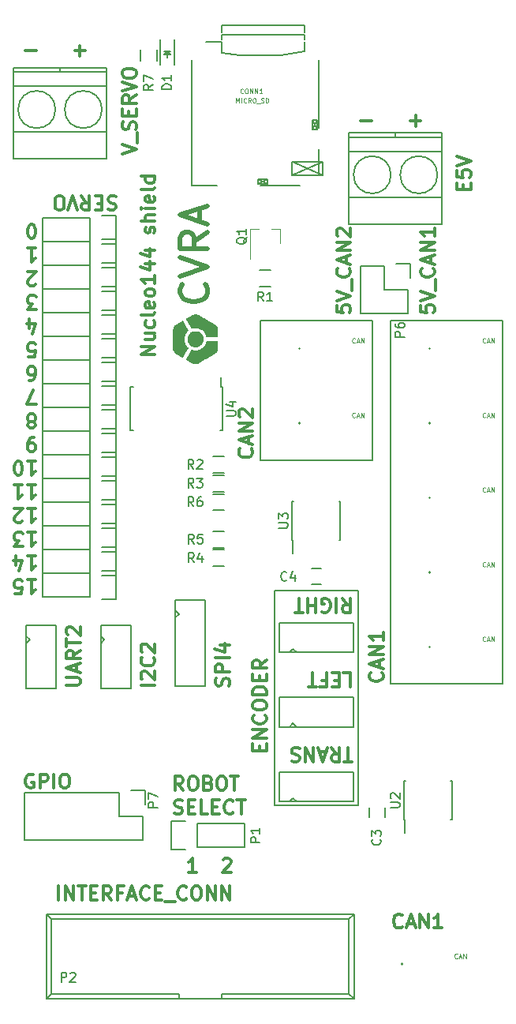
<source format=gto>
G04 #@! TF.FileFunction,Legend,Top*
%FSLAX46Y46*%
G04 Gerber Fmt 4.6, Leading zero omitted, Abs format (unit mm)*
G04 Created by KiCad (PCBNEW 4.0.5) date 2017 March 06, Monday 20:50:59*
%MOMM*%
%LPD*%
G01*
G04 APERTURE LIST*
%ADD10C,0.200000*%
%ADD11C,0.300000*%
%ADD12C,0.500000*%
%ADD13C,0.150000*%
%ADD14C,0.250000*%
%ADD15C,0.120000*%
%ADD16C,0.010000*%
%ADD17C,0.100000*%
G04 APERTURE END LIST*
D10*
X101500000Y-114500000D02*
X101500000Y-137500000D01*
X110500000Y-114500000D02*
X101500000Y-114500000D01*
X110500000Y-137500000D02*
X110500000Y-114500000D01*
X101500000Y-137500000D02*
X110500000Y-137500000D01*
D11*
X84522286Y-72252857D02*
X84308000Y-72181429D01*
X83950857Y-72181429D01*
X83808000Y-72252857D01*
X83736571Y-72324286D01*
X83665143Y-72467143D01*
X83665143Y-72610000D01*
X83736571Y-72752857D01*
X83808000Y-72824286D01*
X83950857Y-72895714D01*
X84236571Y-72967143D01*
X84379429Y-73038571D01*
X84450857Y-73110000D01*
X84522286Y-73252857D01*
X84522286Y-73395714D01*
X84450857Y-73538571D01*
X84379429Y-73610000D01*
X84236571Y-73681429D01*
X83879429Y-73681429D01*
X83665143Y-73610000D01*
X83022286Y-72967143D02*
X82522286Y-72967143D01*
X82308000Y-72181429D02*
X83022286Y-72181429D01*
X83022286Y-73681429D01*
X82308000Y-73681429D01*
X80808000Y-72181429D02*
X81308000Y-72895714D01*
X81665143Y-72181429D02*
X81665143Y-73681429D01*
X81093715Y-73681429D01*
X80950857Y-73610000D01*
X80879429Y-73538571D01*
X80808000Y-73395714D01*
X80808000Y-73181429D01*
X80879429Y-73038571D01*
X80950857Y-72967143D01*
X81093715Y-72895714D01*
X81665143Y-72895714D01*
X80379429Y-73681429D02*
X79879429Y-72181429D01*
X79379429Y-73681429D01*
X78593715Y-73681429D02*
X78308001Y-73681429D01*
X78165143Y-73610000D01*
X78022286Y-73467143D01*
X77950858Y-73181429D01*
X77950858Y-72681429D01*
X78022286Y-72395714D01*
X78165143Y-72252857D01*
X78308001Y-72181429D01*
X78593715Y-72181429D01*
X78736572Y-72252857D01*
X78879429Y-72395714D01*
X78950858Y-72681429D01*
X78950858Y-73181429D01*
X78879429Y-73467143D01*
X78736572Y-73610000D01*
X78593715Y-73681429D01*
X75029143Y-113329429D02*
X75886286Y-113329429D01*
X75457714Y-113329429D02*
X75457714Y-114829429D01*
X75600571Y-114615143D01*
X75743429Y-114472286D01*
X75886286Y-114400857D01*
X73672000Y-114829429D02*
X74386286Y-114829429D01*
X74457715Y-114115143D01*
X74386286Y-114186571D01*
X74243429Y-114258000D01*
X73886286Y-114258000D01*
X73743429Y-114186571D01*
X73672000Y-114115143D01*
X73600572Y-113972286D01*
X73600572Y-113615143D01*
X73672000Y-113472286D01*
X73743429Y-113400857D01*
X73886286Y-113329429D01*
X74243429Y-113329429D01*
X74386286Y-113400857D01*
X74457715Y-113472286D01*
X75029143Y-110789429D02*
X75886286Y-110789429D01*
X75457714Y-110789429D02*
X75457714Y-112289429D01*
X75600571Y-112075143D01*
X75743429Y-111932286D01*
X75886286Y-111860857D01*
X73743429Y-111789429D02*
X73743429Y-110789429D01*
X74100572Y-112360857D02*
X74457715Y-111289429D01*
X73529143Y-111289429D01*
X75029143Y-108249429D02*
X75886286Y-108249429D01*
X75457714Y-108249429D02*
X75457714Y-109749429D01*
X75600571Y-109535143D01*
X75743429Y-109392286D01*
X75886286Y-109320857D01*
X74529143Y-109749429D02*
X73600572Y-109749429D01*
X74100572Y-109178000D01*
X73886286Y-109178000D01*
X73743429Y-109106571D01*
X73672000Y-109035143D01*
X73600572Y-108892286D01*
X73600572Y-108535143D01*
X73672000Y-108392286D01*
X73743429Y-108320857D01*
X73886286Y-108249429D01*
X74314858Y-108249429D01*
X74457715Y-108320857D01*
X74529143Y-108392286D01*
X75029143Y-105709429D02*
X75886286Y-105709429D01*
X75457714Y-105709429D02*
X75457714Y-107209429D01*
X75600571Y-106995143D01*
X75743429Y-106852286D01*
X75886286Y-106780857D01*
X74457715Y-107066571D02*
X74386286Y-107138000D01*
X74243429Y-107209429D01*
X73886286Y-107209429D01*
X73743429Y-107138000D01*
X73672000Y-107066571D01*
X73600572Y-106923714D01*
X73600572Y-106780857D01*
X73672000Y-106566571D01*
X74529143Y-105709429D01*
X73600572Y-105709429D01*
X75029143Y-103169429D02*
X75886286Y-103169429D01*
X75457714Y-103169429D02*
X75457714Y-104669429D01*
X75600571Y-104455143D01*
X75743429Y-104312286D01*
X75886286Y-104240857D01*
X73600572Y-103169429D02*
X74457715Y-103169429D01*
X74029143Y-103169429D02*
X74029143Y-104669429D01*
X74172000Y-104455143D01*
X74314858Y-104312286D01*
X74457715Y-104240857D01*
X75029143Y-100629429D02*
X75886286Y-100629429D01*
X75457714Y-100629429D02*
X75457714Y-102129429D01*
X75600571Y-101915143D01*
X75743429Y-101772286D01*
X75886286Y-101700857D01*
X74100572Y-102129429D02*
X73957715Y-102129429D01*
X73814858Y-102058000D01*
X73743429Y-101986571D01*
X73672000Y-101843714D01*
X73600572Y-101558000D01*
X73600572Y-101200857D01*
X73672000Y-100915143D01*
X73743429Y-100772286D01*
X73814858Y-100700857D01*
X73957715Y-100629429D01*
X74100572Y-100629429D01*
X74243429Y-100700857D01*
X74314858Y-100772286D01*
X74386286Y-100915143D01*
X74457715Y-101200857D01*
X74457715Y-101558000D01*
X74386286Y-101843714D01*
X74314858Y-101986571D01*
X74243429Y-102058000D01*
X74100572Y-102129429D01*
X75743429Y-98089429D02*
X75457714Y-98089429D01*
X75314857Y-98160857D01*
X75243429Y-98232286D01*
X75100571Y-98446571D01*
X75029143Y-98732286D01*
X75029143Y-99303714D01*
X75100571Y-99446571D01*
X75172000Y-99518000D01*
X75314857Y-99589429D01*
X75600571Y-99589429D01*
X75743429Y-99518000D01*
X75814857Y-99446571D01*
X75886286Y-99303714D01*
X75886286Y-98946571D01*
X75814857Y-98803714D01*
X75743429Y-98732286D01*
X75600571Y-98660857D01*
X75314857Y-98660857D01*
X75172000Y-98732286D01*
X75100571Y-98803714D01*
X75029143Y-98946571D01*
X75600571Y-96406571D02*
X75743429Y-96478000D01*
X75814857Y-96549429D01*
X75886286Y-96692286D01*
X75886286Y-96763714D01*
X75814857Y-96906571D01*
X75743429Y-96978000D01*
X75600571Y-97049429D01*
X75314857Y-97049429D01*
X75172000Y-96978000D01*
X75100571Y-96906571D01*
X75029143Y-96763714D01*
X75029143Y-96692286D01*
X75100571Y-96549429D01*
X75172000Y-96478000D01*
X75314857Y-96406571D01*
X75600571Y-96406571D01*
X75743429Y-96335143D01*
X75814857Y-96263714D01*
X75886286Y-96120857D01*
X75886286Y-95835143D01*
X75814857Y-95692286D01*
X75743429Y-95620857D01*
X75600571Y-95549429D01*
X75314857Y-95549429D01*
X75172000Y-95620857D01*
X75100571Y-95692286D01*
X75029143Y-95835143D01*
X75029143Y-96120857D01*
X75100571Y-96263714D01*
X75172000Y-96335143D01*
X75314857Y-96406571D01*
X75957714Y-94509429D02*
X74957714Y-94509429D01*
X75600571Y-93009429D01*
X75172000Y-91969429D02*
X75457714Y-91969429D01*
X75600571Y-91898000D01*
X75672000Y-91826571D01*
X75814857Y-91612286D01*
X75886286Y-91326571D01*
X75886286Y-90755143D01*
X75814857Y-90612286D01*
X75743429Y-90540857D01*
X75600571Y-90469429D01*
X75314857Y-90469429D01*
X75172000Y-90540857D01*
X75100571Y-90612286D01*
X75029143Y-90755143D01*
X75029143Y-91112286D01*
X75100571Y-91255143D01*
X75172000Y-91326571D01*
X75314857Y-91398000D01*
X75600571Y-91398000D01*
X75743429Y-91326571D01*
X75814857Y-91255143D01*
X75886286Y-91112286D01*
X75100571Y-89429429D02*
X75814857Y-89429429D01*
X75886286Y-88715143D01*
X75814857Y-88786571D01*
X75672000Y-88858000D01*
X75314857Y-88858000D01*
X75172000Y-88786571D01*
X75100571Y-88715143D01*
X75029143Y-88572286D01*
X75029143Y-88215143D01*
X75100571Y-88072286D01*
X75172000Y-88000857D01*
X75314857Y-87929429D01*
X75672000Y-87929429D01*
X75814857Y-88000857D01*
X75886286Y-88072286D01*
X75172000Y-86389429D02*
X75172000Y-85389429D01*
X75529143Y-86960857D02*
X75886286Y-85889429D01*
X74957714Y-85889429D01*
X75957714Y-84349429D02*
X75029143Y-84349429D01*
X75529143Y-83778000D01*
X75314857Y-83778000D01*
X75172000Y-83706571D01*
X75100571Y-83635143D01*
X75029143Y-83492286D01*
X75029143Y-83135143D01*
X75100571Y-82992286D01*
X75172000Y-82920857D01*
X75314857Y-82849429D01*
X75743429Y-82849429D01*
X75886286Y-82920857D01*
X75957714Y-82992286D01*
X75886286Y-81666571D02*
X75814857Y-81738000D01*
X75672000Y-81809429D01*
X75314857Y-81809429D01*
X75172000Y-81738000D01*
X75100571Y-81666571D01*
X75029143Y-81523714D01*
X75029143Y-81380857D01*
X75100571Y-81166571D01*
X75957714Y-80309429D01*
X75029143Y-80309429D01*
X75029143Y-77769429D02*
X75886286Y-77769429D01*
X75457714Y-77769429D02*
X75457714Y-79269429D01*
X75600571Y-79055143D01*
X75743429Y-78912286D01*
X75886286Y-78840857D01*
X75529143Y-76729429D02*
X75386286Y-76729429D01*
X75243429Y-76658000D01*
X75172000Y-76586571D01*
X75100571Y-76443714D01*
X75029143Y-76158000D01*
X75029143Y-75800857D01*
X75100571Y-75515143D01*
X75172000Y-75372286D01*
X75243429Y-75300857D01*
X75386286Y-75229429D01*
X75529143Y-75229429D01*
X75672000Y-75300857D01*
X75743429Y-75372286D01*
X75814857Y-75515143D01*
X75886286Y-75800857D01*
X75886286Y-76158000D01*
X75814857Y-76443714D01*
X75743429Y-76586571D01*
X75672000Y-76658000D01*
X75529143Y-76729429D01*
X115214286Y-150535714D02*
X115142857Y-150607143D01*
X114928571Y-150678571D01*
X114785714Y-150678571D01*
X114571429Y-150607143D01*
X114428571Y-150464286D01*
X114357143Y-150321429D01*
X114285714Y-150035714D01*
X114285714Y-149821429D01*
X114357143Y-149535714D01*
X114428571Y-149392857D01*
X114571429Y-149250000D01*
X114785714Y-149178571D01*
X114928571Y-149178571D01*
X115142857Y-149250000D01*
X115214286Y-149321429D01*
X115785714Y-150250000D02*
X116500000Y-150250000D01*
X115642857Y-150678571D02*
X116142857Y-149178571D01*
X116642857Y-150678571D01*
X117142857Y-150678571D02*
X117142857Y-149178571D01*
X118000000Y-150678571D01*
X118000000Y-149178571D01*
X119500000Y-150678571D02*
X118642857Y-150678571D01*
X119071429Y-150678571D02*
X119071429Y-149178571D01*
X118928572Y-149392857D01*
X118785714Y-149535714D01*
X118642857Y-149607143D01*
X113035714Y-123285714D02*
X113107143Y-123357143D01*
X113178571Y-123571429D01*
X113178571Y-123714286D01*
X113107143Y-123928571D01*
X112964286Y-124071429D01*
X112821429Y-124142857D01*
X112535714Y-124214286D01*
X112321429Y-124214286D01*
X112035714Y-124142857D01*
X111892857Y-124071429D01*
X111750000Y-123928571D01*
X111678571Y-123714286D01*
X111678571Y-123571429D01*
X111750000Y-123357143D01*
X111821429Y-123285714D01*
X112750000Y-122714286D02*
X112750000Y-122000000D01*
X113178571Y-122857143D02*
X111678571Y-122357143D01*
X113178571Y-121857143D01*
X113178571Y-121357143D02*
X111678571Y-121357143D01*
X113178571Y-120500000D01*
X111678571Y-120500000D01*
X113178571Y-119000000D02*
X113178571Y-119857143D01*
X113178571Y-119428571D02*
X111678571Y-119428571D01*
X111892857Y-119571428D01*
X112035714Y-119714286D01*
X112107143Y-119857143D01*
X99035714Y-99285714D02*
X99107143Y-99357143D01*
X99178571Y-99571429D01*
X99178571Y-99714286D01*
X99107143Y-99928571D01*
X98964286Y-100071429D01*
X98821429Y-100142857D01*
X98535714Y-100214286D01*
X98321429Y-100214286D01*
X98035714Y-100142857D01*
X97892857Y-100071429D01*
X97750000Y-99928571D01*
X97678571Y-99714286D01*
X97678571Y-99571429D01*
X97750000Y-99357143D01*
X97821429Y-99285714D01*
X98750000Y-98714286D02*
X98750000Y-98000000D01*
X99178571Y-98857143D02*
X97678571Y-98357143D01*
X99178571Y-97857143D01*
X99178571Y-97357143D02*
X97678571Y-97357143D01*
X99178571Y-96500000D01*
X97678571Y-96500000D01*
X97821429Y-95857143D02*
X97750000Y-95785714D01*
X97678571Y-95642857D01*
X97678571Y-95285714D01*
X97750000Y-95142857D01*
X97821429Y-95071428D01*
X97964286Y-95000000D01*
X98107143Y-95000000D01*
X98321429Y-95071428D01*
X99178571Y-95928571D01*
X99178571Y-95000000D01*
D10*
X126000000Y-85500000D02*
X114000000Y-85500000D01*
X126000000Y-124500000D02*
X126000000Y-85500000D01*
X114000000Y-124500000D02*
X126000000Y-124500000D01*
X114000000Y-85500000D02*
X114000000Y-124500000D01*
X100000000Y-85500000D02*
X100000000Y-86500000D01*
X112000000Y-85500000D02*
X100000000Y-85500000D01*
X112000000Y-100500000D02*
X112000000Y-85500000D01*
X100000000Y-100500000D02*
X112000000Y-100500000D01*
X100000000Y-86500000D02*
X100000000Y-100500000D01*
D11*
X88678571Y-89142857D02*
X87178571Y-89142857D01*
X88678571Y-88285714D01*
X87178571Y-88285714D01*
X87678571Y-86928571D02*
X88678571Y-86928571D01*
X87678571Y-87571428D02*
X88464286Y-87571428D01*
X88607143Y-87500000D01*
X88678571Y-87357142D01*
X88678571Y-87142857D01*
X88607143Y-87000000D01*
X88535714Y-86928571D01*
X88607143Y-85571428D02*
X88678571Y-85714285D01*
X88678571Y-85999999D01*
X88607143Y-86142857D01*
X88535714Y-86214285D01*
X88392857Y-86285714D01*
X87964286Y-86285714D01*
X87821429Y-86214285D01*
X87750000Y-86142857D01*
X87678571Y-85999999D01*
X87678571Y-85714285D01*
X87750000Y-85571428D01*
X88678571Y-84714285D02*
X88607143Y-84857143D01*
X88464286Y-84928571D01*
X87178571Y-84928571D01*
X88607143Y-83571429D02*
X88678571Y-83714286D01*
X88678571Y-84000000D01*
X88607143Y-84142857D01*
X88464286Y-84214286D01*
X87892857Y-84214286D01*
X87750000Y-84142857D01*
X87678571Y-84000000D01*
X87678571Y-83714286D01*
X87750000Y-83571429D01*
X87892857Y-83500000D01*
X88035714Y-83500000D01*
X88178571Y-84214286D01*
X88678571Y-82642857D02*
X88607143Y-82785715D01*
X88535714Y-82857143D01*
X88392857Y-82928572D01*
X87964286Y-82928572D01*
X87821429Y-82857143D01*
X87750000Y-82785715D01*
X87678571Y-82642857D01*
X87678571Y-82428572D01*
X87750000Y-82285715D01*
X87821429Y-82214286D01*
X87964286Y-82142857D01*
X88392857Y-82142857D01*
X88535714Y-82214286D01*
X88607143Y-82285715D01*
X88678571Y-82428572D01*
X88678571Y-82642857D01*
X88678571Y-80714286D02*
X88678571Y-81571429D01*
X88678571Y-81142857D02*
X87178571Y-81142857D01*
X87392857Y-81285714D01*
X87535714Y-81428572D01*
X87607143Y-81571429D01*
X87678571Y-79428572D02*
X88678571Y-79428572D01*
X87107143Y-79785715D02*
X88178571Y-80142858D01*
X88178571Y-79214286D01*
X87678571Y-78000001D02*
X88678571Y-78000001D01*
X87107143Y-78357144D02*
X88178571Y-78714287D01*
X88178571Y-77785715D01*
X88607143Y-76142859D02*
X88678571Y-76000002D01*
X88678571Y-75714287D01*
X88607143Y-75571430D01*
X88464286Y-75500002D01*
X88392857Y-75500002D01*
X88250000Y-75571430D01*
X88178571Y-75714287D01*
X88178571Y-75928573D01*
X88107143Y-76071430D01*
X87964286Y-76142859D01*
X87892857Y-76142859D01*
X87750000Y-76071430D01*
X87678571Y-75928573D01*
X87678571Y-75714287D01*
X87750000Y-75571430D01*
X88678571Y-74857144D02*
X87178571Y-74857144D01*
X88678571Y-74214287D02*
X87892857Y-74214287D01*
X87750000Y-74285716D01*
X87678571Y-74428573D01*
X87678571Y-74642858D01*
X87750000Y-74785716D01*
X87821429Y-74857144D01*
X88678571Y-73500001D02*
X87678571Y-73500001D01*
X87178571Y-73500001D02*
X87250000Y-73571430D01*
X87321429Y-73500001D01*
X87250000Y-73428573D01*
X87178571Y-73500001D01*
X87321429Y-73500001D01*
X88607143Y-72214287D02*
X88678571Y-72357144D01*
X88678571Y-72642858D01*
X88607143Y-72785715D01*
X88464286Y-72857144D01*
X87892857Y-72857144D01*
X87750000Y-72785715D01*
X87678571Y-72642858D01*
X87678571Y-72357144D01*
X87750000Y-72214287D01*
X87892857Y-72142858D01*
X88035714Y-72142858D01*
X88178571Y-72857144D01*
X88678571Y-71285715D02*
X88607143Y-71428573D01*
X88464286Y-71500001D01*
X87178571Y-71500001D01*
X88678571Y-70071430D02*
X87178571Y-70071430D01*
X88607143Y-70071430D02*
X88678571Y-70214287D01*
X88678571Y-70500001D01*
X88607143Y-70642859D01*
X88535714Y-70714287D01*
X88392857Y-70785716D01*
X87964286Y-70785716D01*
X87821429Y-70714287D01*
X87750000Y-70642859D01*
X87678571Y-70500001D01*
X87678571Y-70214287D01*
X87750000Y-70071430D01*
D12*
X94071429Y-81642858D02*
X94214286Y-81785715D01*
X94357143Y-82214286D01*
X94357143Y-82500000D01*
X94214286Y-82928572D01*
X93928571Y-83214286D01*
X93642857Y-83357143D01*
X93071429Y-83500000D01*
X92642857Y-83500000D01*
X92071429Y-83357143D01*
X91785714Y-83214286D01*
X91500000Y-82928572D01*
X91357143Y-82500000D01*
X91357143Y-82214286D01*
X91500000Y-81785715D01*
X91642857Y-81642858D01*
X91357143Y-80785715D02*
X94357143Y-79785715D01*
X91357143Y-78785715D01*
X94357143Y-76071429D02*
X92928571Y-77071429D01*
X94357143Y-77785714D02*
X91357143Y-77785714D01*
X91357143Y-76642857D01*
X91500000Y-76357143D01*
X91642857Y-76214286D01*
X91928571Y-76071429D01*
X92357143Y-76071429D01*
X92642857Y-76214286D01*
X92785714Y-76357143D01*
X92928571Y-76642857D01*
X92928571Y-77785714D01*
X93500000Y-74928571D02*
X93500000Y-73500000D01*
X94357143Y-75214286D02*
X91357143Y-74214286D01*
X94357143Y-73214286D01*
D11*
X93142857Y-144678571D02*
X92285714Y-144678571D01*
X92714286Y-144678571D02*
X92714286Y-143178571D01*
X92571429Y-143392857D01*
X92428571Y-143535714D01*
X92285714Y-143607143D01*
X95999999Y-143321429D02*
X96071428Y-143250000D01*
X96214285Y-143178571D01*
X96571428Y-143178571D01*
X96714285Y-143250000D01*
X96785714Y-143321429D01*
X96857142Y-143464286D01*
X96857142Y-143607143D01*
X96785714Y-143821429D01*
X95928571Y-144678571D01*
X96857142Y-144678571D01*
X75642857Y-134250000D02*
X75500000Y-134178571D01*
X75285714Y-134178571D01*
X75071429Y-134250000D01*
X74928571Y-134392857D01*
X74857143Y-134535714D01*
X74785714Y-134821429D01*
X74785714Y-135035714D01*
X74857143Y-135321429D01*
X74928571Y-135464286D01*
X75071429Y-135607143D01*
X75285714Y-135678571D01*
X75428571Y-135678571D01*
X75642857Y-135607143D01*
X75714286Y-135535714D01*
X75714286Y-135035714D01*
X75428571Y-135035714D01*
X76357143Y-135678571D02*
X76357143Y-134178571D01*
X76928571Y-134178571D01*
X77071429Y-134250000D01*
X77142857Y-134321429D01*
X77214286Y-134464286D01*
X77214286Y-134678571D01*
X77142857Y-134821429D01*
X77071429Y-134892857D01*
X76928571Y-134964286D01*
X76357143Y-134964286D01*
X77857143Y-135678571D02*
X77857143Y-134178571D01*
X78857143Y-134178571D02*
X79142857Y-134178571D01*
X79285715Y-134250000D01*
X79428572Y-134392857D01*
X79500000Y-134678571D01*
X79500000Y-135178571D01*
X79428572Y-135464286D01*
X79285715Y-135607143D01*
X79142857Y-135678571D01*
X78857143Y-135678571D01*
X78714286Y-135607143D01*
X78571429Y-135464286D01*
X78500000Y-135178571D01*
X78500000Y-134678571D01*
X78571429Y-134392857D01*
X78714286Y-134250000D01*
X78857143Y-134178571D01*
X78357143Y-147678571D02*
X78357143Y-146178571D01*
X79071429Y-147678571D02*
X79071429Y-146178571D01*
X79928572Y-147678571D01*
X79928572Y-146178571D01*
X80428572Y-146178571D02*
X81285715Y-146178571D01*
X80857144Y-147678571D02*
X80857144Y-146178571D01*
X81785715Y-146892857D02*
X82285715Y-146892857D01*
X82500001Y-147678571D02*
X81785715Y-147678571D01*
X81785715Y-146178571D01*
X82500001Y-146178571D01*
X84000001Y-147678571D02*
X83500001Y-146964286D01*
X83142858Y-147678571D02*
X83142858Y-146178571D01*
X83714286Y-146178571D01*
X83857144Y-146250000D01*
X83928572Y-146321429D01*
X84000001Y-146464286D01*
X84000001Y-146678571D01*
X83928572Y-146821429D01*
X83857144Y-146892857D01*
X83714286Y-146964286D01*
X83142858Y-146964286D01*
X85142858Y-146892857D02*
X84642858Y-146892857D01*
X84642858Y-147678571D02*
X84642858Y-146178571D01*
X85357144Y-146178571D01*
X85857143Y-147250000D02*
X86571429Y-147250000D01*
X85714286Y-147678571D02*
X86214286Y-146178571D01*
X86714286Y-147678571D01*
X88071429Y-147535714D02*
X88000000Y-147607143D01*
X87785714Y-147678571D01*
X87642857Y-147678571D01*
X87428572Y-147607143D01*
X87285714Y-147464286D01*
X87214286Y-147321429D01*
X87142857Y-147035714D01*
X87142857Y-146821429D01*
X87214286Y-146535714D01*
X87285714Y-146392857D01*
X87428572Y-146250000D01*
X87642857Y-146178571D01*
X87785714Y-146178571D01*
X88000000Y-146250000D01*
X88071429Y-146321429D01*
X88714286Y-146892857D02*
X89214286Y-146892857D01*
X89428572Y-147678571D02*
X88714286Y-147678571D01*
X88714286Y-146178571D01*
X89428572Y-146178571D01*
X89714286Y-147821429D02*
X90857143Y-147821429D01*
X92071429Y-147535714D02*
X92000000Y-147607143D01*
X91785714Y-147678571D01*
X91642857Y-147678571D01*
X91428572Y-147607143D01*
X91285714Y-147464286D01*
X91214286Y-147321429D01*
X91142857Y-147035714D01*
X91142857Y-146821429D01*
X91214286Y-146535714D01*
X91285714Y-146392857D01*
X91428572Y-146250000D01*
X91642857Y-146178571D01*
X91785714Y-146178571D01*
X92000000Y-146250000D01*
X92071429Y-146321429D01*
X93000000Y-146178571D02*
X93285714Y-146178571D01*
X93428572Y-146250000D01*
X93571429Y-146392857D01*
X93642857Y-146678571D01*
X93642857Y-147178571D01*
X93571429Y-147464286D01*
X93428572Y-147607143D01*
X93285714Y-147678571D01*
X93000000Y-147678571D01*
X92857143Y-147607143D01*
X92714286Y-147464286D01*
X92642857Y-147178571D01*
X92642857Y-146678571D01*
X92714286Y-146392857D01*
X92857143Y-146250000D01*
X93000000Y-146178571D01*
X94285715Y-147678571D02*
X94285715Y-146178571D01*
X95142858Y-147678571D01*
X95142858Y-146178571D01*
X95857144Y-147678571D02*
X95857144Y-146178571D01*
X96714287Y-147678571D01*
X96714287Y-146178571D01*
X108178571Y-83928571D02*
X108178571Y-84642857D01*
X108892857Y-84714286D01*
X108821429Y-84642857D01*
X108750000Y-84500000D01*
X108750000Y-84142857D01*
X108821429Y-84000000D01*
X108892857Y-83928571D01*
X109035714Y-83857143D01*
X109392857Y-83857143D01*
X109535714Y-83928571D01*
X109607143Y-84000000D01*
X109678571Y-84142857D01*
X109678571Y-84500000D01*
X109607143Y-84642857D01*
X109535714Y-84714286D01*
X108178571Y-83428572D02*
X109678571Y-82928572D01*
X108178571Y-82428572D01*
X109821429Y-82285715D02*
X109821429Y-81142858D01*
X109535714Y-79928572D02*
X109607143Y-80000001D01*
X109678571Y-80214287D01*
X109678571Y-80357144D01*
X109607143Y-80571429D01*
X109464286Y-80714287D01*
X109321429Y-80785715D01*
X109035714Y-80857144D01*
X108821429Y-80857144D01*
X108535714Y-80785715D01*
X108392857Y-80714287D01*
X108250000Y-80571429D01*
X108178571Y-80357144D01*
X108178571Y-80214287D01*
X108250000Y-80000001D01*
X108321429Y-79928572D01*
X109250000Y-79357144D02*
X109250000Y-78642858D01*
X109678571Y-79500001D02*
X108178571Y-79000001D01*
X109678571Y-78500001D01*
X109678571Y-78000001D02*
X108178571Y-78000001D01*
X109678571Y-77142858D01*
X108178571Y-77142858D01*
X108321429Y-76500001D02*
X108250000Y-76428572D01*
X108178571Y-76285715D01*
X108178571Y-75928572D01*
X108250000Y-75785715D01*
X108321429Y-75714286D01*
X108464286Y-75642858D01*
X108607143Y-75642858D01*
X108821429Y-75714286D01*
X109678571Y-76571429D01*
X109678571Y-75642858D01*
X99892857Y-131642857D02*
X99892857Y-131142857D01*
X100678571Y-130928571D02*
X100678571Y-131642857D01*
X99178571Y-131642857D01*
X99178571Y-130928571D01*
X100678571Y-130285714D02*
X99178571Y-130285714D01*
X100678571Y-129428571D01*
X99178571Y-129428571D01*
X100535714Y-127857142D02*
X100607143Y-127928571D01*
X100678571Y-128142857D01*
X100678571Y-128285714D01*
X100607143Y-128499999D01*
X100464286Y-128642857D01*
X100321429Y-128714285D01*
X100035714Y-128785714D01*
X99821429Y-128785714D01*
X99535714Y-128714285D01*
X99392857Y-128642857D01*
X99250000Y-128499999D01*
X99178571Y-128285714D01*
X99178571Y-128142857D01*
X99250000Y-127928571D01*
X99321429Y-127857142D01*
X99178571Y-126928571D02*
X99178571Y-126642857D01*
X99250000Y-126499999D01*
X99392857Y-126357142D01*
X99678571Y-126285714D01*
X100178571Y-126285714D01*
X100464286Y-126357142D01*
X100607143Y-126499999D01*
X100678571Y-126642857D01*
X100678571Y-126928571D01*
X100607143Y-127071428D01*
X100464286Y-127214285D01*
X100178571Y-127285714D01*
X99678571Y-127285714D01*
X99392857Y-127214285D01*
X99250000Y-127071428D01*
X99178571Y-126928571D01*
X100678571Y-125642856D02*
X99178571Y-125642856D01*
X99178571Y-125285713D01*
X99250000Y-125071428D01*
X99392857Y-124928570D01*
X99535714Y-124857142D01*
X99821429Y-124785713D01*
X100035714Y-124785713D01*
X100321429Y-124857142D01*
X100464286Y-124928570D01*
X100607143Y-125071428D01*
X100678571Y-125285713D01*
X100678571Y-125642856D01*
X99892857Y-124142856D02*
X99892857Y-123642856D01*
X100678571Y-123428570D02*
X100678571Y-124142856D01*
X99178571Y-124142856D01*
X99178571Y-123428570D01*
X100678571Y-121928570D02*
X99964286Y-122428570D01*
X100678571Y-122785713D02*
X99178571Y-122785713D01*
X99178571Y-122214285D01*
X99250000Y-122071427D01*
X99321429Y-121999999D01*
X99464286Y-121928570D01*
X99678571Y-121928570D01*
X99821429Y-121999999D01*
X99892857Y-122071427D01*
X99964286Y-122214285D01*
X99964286Y-122785713D01*
X117178571Y-83928571D02*
X117178571Y-84642857D01*
X117892857Y-84714286D01*
X117821429Y-84642857D01*
X117750000Y-84500000D01*
X117750000Y-84142857D01*
X117821429Y-84000000D01*
X117892857Y-83928571D01*
X118035714Y-83857143D01*
X118392857Y-83857143D01*
X118535714Y-83928571D01*
X118607143Y-84000000D01*
X118678571Y-84142857D01*
X118678571Y-84500000D01*
X118607143Y-84642857D01*
X118535714Y-84714286D01*
X117178571Y-83428572D02*
X118678571Y-82928572D01*
X117178571Y-82428572D01*
X118821429Y-82285715D02*
X118821429Y-81142858D01*
X118535714Y-79928572D02*
X118607143Y-80000001D01*
X118678571Y-80214287D01*
X118678571Y-80357144D01*
X118607143Y-80571429D01*
X118464286Y-80714287D01*
X118321429Y-80785715D01*
X118035714Y-80857144D01*
X117821429Y-80857144D01*
X117535714Y-80785715D01*
X117392857Y-80714287D01*
X117250000Y-80571429D01*
X117178571Y-80357144D01*
X117178571Y-80214287D01*
X117250000Y-80000001D01*
X117321429Y-79928572D01*
X118250000Y-79357144D02*
X118250000Y-78642858D01*
X118678571Y-79500001D02*
X117178571Y-79000001D01*
X118678571Y-78500001D01*
X118678571Y-78000001D02*
X117178571Y-78000001D01*
X118678571Y-77142858D01*
X117178571Y-77142858D01*
X118678571Y-75642858D02*
X118678571Y-76500001D01*
X118678571Y-76071429D02*
X117178571Y-76071429D01*
X117392857Y-76214286D01*
X117535714Y-76357144D01*
X117607143Y-76500001D01*
X79178571Y-124642857D02*
X80392857Y-124642857D01*
X80535714Y-124571429D01*
X80607143Y-124500000D01*
X80678571Y-124357143D01*
X80678571Y-124071429D01*
X80607143Y-123928571D01*
X80535714Y-123857143D01*
X80392857Y-123785714D01*
X79178571Y-123785714D01*
X80250000Y-123142857D02*
X80250000Y-122428571D01*
X80678571Y-123285714D02*
X79178571Y-122785714D01*
X80678571Y-122285714D01*
X80678571Y-120928571D02*
X79964286Y-121428571D01*
X80678571Y-121785714D02*
X79178571Y-121785714D01*
X79178571Y-121214286D01*
X79250000Y-121071428D01*
X79321429Y-121000000D01*
X79464286Y-120928571D01*
X79678571Y-120928571D01*
X79821429Y-121000000D01*
X79892857Y-121071428D01*
X79964286Y-121214286D01*
X79964286Y-121785714D01*
X79178571Y-120500000D02*
X79178571Y-119642857D01*
X80678571Y-120071428D02*
X79178571Y-120071428D01*
X79321429Y-119214286D02*
X79250000Y-119142857D01*
X79178571Y-119000000D01*
X79178571Y-118642857D01*
X79250000Y-118500000D01*
X79321429Y-118428571D01*
X79464286Y-118357143D01*
X79607143Y-118357143D01*
X79821429Y-118428571D01*
X80678571Y-119285714D01*
X80678571Y-118357143D01*
X88678571Y-124642857D02*
X87178571Y-124642857D01*
X87321429Y-124000000D02*
X87250000Y-123928571D01*
X87178571Y-123785714D01*
X87178571Y-123428571D01*
X87250000Y-123285714D01*
X87321429Y-123214285D01*
X87464286Y-123142857D01*
X87607143Y-123142857D01*
X87821429Y-123214285D01*
X88678571Y-124071428D01*
X88678571Y-123142857D01*
X88535714Y-121642857D02*
X88607143Y-121714286D01*
X88678571Y-121928572D01*
X88678571Y-122071429D01*
X88607143Y-122285714D01*
X88464286Y-122428572D01*
X88321429Y-122500000D01*
X88035714Y-122571429D01*
X87821429Y-122571429D01*
X87535714Y-122500000D01*
X87392857Y-122428572D01*
X87250000Y-122285714D01*
X87178571Y-122071429D01*
X87178571Y-121928572D01*
X87250000Y-121714286D01*
X87321429Y-121642857D01*
X87321429Y-121071429D02*
X87250000Y-121000000D01*
X87178571Y-120857143D01*
X87178571Y-120500000D01*
X87250000Y-120357143D01*
X87321429Y-120285714D01*
X87464286Y-120214286D01*
X87607143Y-120214286D01*
X87821429Y-120285714D01*
X88678571Y-121142857D01*
X88678571Y-120214286D01*
X96607143Y-124714286D02*
X96678571Y-124500000D01*
X96678571Y-124142857D01*
X96607143Y-124000000D01*
X96535714Y-123928571D01*
X96392857Y-123857143D01*
X96250000Y-123857143D01*
X96107143Y-123928571D01*
X96035714Y-124000000D01*
X95964286Y-124142857D01*
X95892857Y-124428571D01*
X95821429Y-124571429D01*
X95750000Y-124642857D01*
X95607143Y-124714286D01*
X95464286Y-124714286D01*
X95321429Y-124642857D01*
X95250000Y-124571429D01*
X95178571Y-124428571D01*
X95178571Y-124071429D01*
X95250000Y-123857143D01*
X96678571Y-123214286D02*
X95178571Y-123214286D01*
X95178571Y-122642858D01*
X95250000Y-122500000D01*
X95321429Y-122428572D01*
X95464286Y-122357143D01*
X95678571Y-122357143D01*
X95821429Y-122428572D01*
X95892857Y-122500000D01*
X95964286Y-122642858D01*
X95964286Y-123214286D01*
X96678571Y-121714286D02*
X95178571Y-121714286D01*
X95678571Y-120357143D02*
X96678571Y-120357143D01*
X95107143Y-120714286D02*
X96178571Y-121071429D01*
X96178571Y-120142857D01*
X91714286Y-135903571D02*
X91214286Y-135189286D01*
X90857143Y-135903571D02*
X90857143Y-134403571D01*
X91428571Y-134403571D01*
X91571429Y-134475000D01*
X91642857Y-134546429D01*
X91714286Y-134689286D01*
X91714286Y-134903571D01*
X91642857Y-135046429D01*
X91571429Y-135117857D01*
X91428571Y-135189286D01*
X90857143Y-135189286D01*
X92642857Y-134403571D02*
X92928571Y-134403571D01*
X93071429Y-134475000D01*
X93214286Y-134617857D01*
X93285714Y-134903571D01*
X93285714Y-135403571D01*
X93214286Y-135689286D01*
X93071429Y-135832143D01*
X92928571Y-135903571D01*
X92642857Y-135903571D01*
X92500000Y-135832143D01*
X92357143Y-135689286D01*
X92285714Y-135403571D01*
X92285714Y-134903571D01*
X92357143Y-134617857D01*
X92500000Y-134475000D01*
X92642857Y-134403571D01*
X94428572Y-135117857D02*
X94642858Y-135189286D01*
X94714286Y-135260714D01*
X94785715Y-135403571D01*
X94785715Y-135617857D01*
X94714286Y-135760714D01*
X94642858Y-135832143D01*
X94500000Y-135903571D01*
X93928572Y-135903571D01*
X93928572Y-134403571D01*
X94428572Y-134403571D01*
X94571429Y-134475000D01*
X94642858Y-134546429D01*
X94714286Y-134689286D01*
X94714286Y-134832143D01*
X94642858Y-134975000D01*
X94571429Y-135046429D01*
X94428572Y-135117857D01*
X93928572Y-135117857D01*
X95714286Y-134403571D02*
X96000000Y-134403571D01*
X96142858Y-134475000D01*
X96285715Y-134617857D01*
X96357143Y-134903571D01*
X96357143Y-135403571D01*
X96285715Y-135689286D01*
X96142858Y-135832143D01*
X96000000Y-135903571D01*
X95714286Y-135903571D01*
X95571429Y-135832143D01*
X95428572Y-135689286D01*
X95357143Y-135403571D01*
X95357143Y-134903571D01*
X95428572Y-134617857D01*
X95571429Y-134475000D01*
X95714286Y-134403571D01*
X96785715Y-134403571D02*
X97642858Y-134403571D01*
X97214287Y-135903571D02*
X97214287Y-134403571D01*
X90785714Y-138382143D02*
X91000000Y-138453571D01*
X91357143Y-138453571D01*
X91500000Y-138382143D01*
X91571429Y-138310714D01*
X91642857Y-138167857D01*
X91642857Y-138025000D01*
X91571429Y-137882143D01*
X91500000Y-137810714D01*
X91357143Y-137739286D01*
X91071429Y-137667857D01*
X90928571Y-137596429D01*
X90857143Y-137525000D01*
X90785714Y-137382143D01*
X90785714Y-137239286D01*
X90857143Y-137096429D01*
X90928571Y-137025000D01*
X91071429Y-136953571D01*
X91428571Y-136953571D01*
X91642857Y-137025000D01*
X92285714Y-137667857D02*
X92785714Y-137667857D01*
X93000000Y-138453571D02*
X92285714Y-138453571D01*
X92285714Y-136953571D01*
X93000000Y-136953571D01*
X94357143Y-138453571D02*
X93642857Y-138453571D01*
X93642857Y-136953571D01*
X94857143Y-137667857D02*
X95357143Y-137667857D01*
X95571429Y-138453571D02*
X94857143Y-138453571D01*
X94857143Y-136953571D01*
X95571429Y-136953571D01*
X97071429Y-138310714D02*
X97000000Y-138382143D01*
X96785714Y-138453571D01*
X96642857Y-138453571D01*
X96428572Y-138382143D01*
X96285714Y-138239286D01*
X96214286Y-138096429D01*
X96142857Y-137810714D01*
X96142857Y-137596429D01*
X96214286Y-137310714D01*
X96285714Y-137167857D01*
X96428572Y-137025000D01*
X96642857Y-136953571D01*
X96785714Y-136953571D01*
X97000000Y-137025000D01*
X97071429Y-137096429D01*
X97500000Y-136953571D02*
X98357143Y-136953571D01*
X97928572Y-138453571D02*
X97928572Y-136953571D01*
X108928571Y-123321429D02*
X109642857Y-123321429D01*
X109642857Y-124821429D01*
X108428571Y-124107143D02*
X107928571Y-124107143D01*
X107714285Y-123321429D02*
X108428571Y-123321429D01*
X108428571Y-124821429D01*
X107714285Y-124821429D01*
X106571428Y-124107143D02*
X107071428Y-124107143D01*
X107071428Y-123321429D02*
X107071428Y-124821429D01*
X106357142Y-124821429D01*
X106000000Y-124821429D02*
X105142857Y-124821429D01*
X105571428Y-123321429D02*
X105571428Y-124821429D01*
X108785714Y-115321429D02*
X109285714Y-116035714D01*
X109642857Y-115321429D02*
X109642857Y-116821429D01*
X109071429Y-116821429D01*
X108928571Y-116750000D01*
X108857143Y-116678571D01*
X108785714Y-116535714D01*
X108785714Y-116321429D01*
X108857143Y-116178571D01*
X108928571Y-116107143D01*
X109071429Y-116035714D01*
X109642857Y-116035714D01*
X108142857Y-115321429D02*
X108142857Y-116821429D01*
X106642857Y-116750000D02*
X106785714Y-116821429D01*
X107000000Y-116821429D01*
X107214285Y-116750000D01*
X107357143Y-116607143D01*
X107428571Y-116464286D01*
X107500000Y-116178571D01*
X107500000Y-115964286D01*
X107428571Y-115678571D01*
X107357143Y-115535714D01*
X107214285Y-115392857D01*
X107000000Y-115321429D01*
X106857143Y-115321429D01*
X106642857Y-115392857D01*
X106571428Y-115464286D01*
X106571428Y-115964286D01*
X106857143Y-115964286D01*
X105928571Y-115321429D02*
X105928571Y-116821429D01*
X105928571Y-116107143D02*
X105071428Y-116107143D01*
X105071428Y-115321429D02*
X105071428Y-116821429D01*
X104571428Y-116821429D02*
X103714285Y-116821429D01*
X104142856Y-115321429D02*
X104142856Y-116821429D01*
X109857143Y-132821429D02*
X109000000Y-132821429D01*
X109428571Y-131321429D02*
X109428571Y-132821429D01*
X107642857Y-131321429D02*
X108142857Y-132035714D01*
X108500000Y-131321429D02*
X108500000Y-132821429D01*
X107928572Y-132821429D01*
X107785714Y-132750000D01*
X107714286Y-132678571D01*
X107642857Y-132535714D01*
X107642857Y-132321429D01*
X107714286Y-132178571D01*
X107785714Y-132107143D01*
X107928572Y-132035714D01*
X108500000Y-132035714D01*
X107071429Y-131750000D02*
X106357143Y-131750000D01*
X107214286Y-131321429D02*
X106714286Y-132821429D01*
X106214286Y-131321429D01*
X105714286Y-131321429D02*
X105714286Y-132821429D01*
X104857143Y-131321429D01*
X104857143Y-132821429D01*
X104214286Y-131392857D02*
X104000000Y-131321429D01*
X103642857Y-131321429D01*
X103500000Y-131392857D01*
X103428571Y-131464286D01*
X103357143Y-131607143D01*
X103357143Y-131750000D01*
X103428571Y-131892857D01*
X103500000Y-131964286D01*
X103642857Y-132035714D01*
X103928571Y-132107143D01*
X104071429Y-132178571D01*
X104142857Y-132250000D01*
X104214286Y-132392857D01*
X104214286Y-132535714D01*
X104142857Y-132678571D01*
X104071429Y-132750000D01*
X103928571Y-132821429D01*
X103571429Y-132821429D01*
X103357143Y-132750000D01*
X110785715Y-64107143D02*
X111928572Y-64107143D01*
X116071429Y-64107143D02*
X117214286Y-64107143D01*
X116642857Y-64678571D02*
X116642857Y-63535714D01*
X121784857Y-71490571D02*
X121784857Y-70990571D01*
X122570571Y-70776285D02*
X122570571Y-71490571D01*
X121070571Y-71490571D01*
X121070571Y-70776285D01*
X121070571Y-69419142D02*
X121070571Y-70133428D01*
X121784857Y-70204857D01*
X121713429Y-70133428D01*
X121642000Y-69990571D01*
X121642000Y-69633428D01*
X121713429Y-69490571D01*
X121784857Y-69419142D01*
X121927714Y-69347714D01*
X122284857Y-69347714D01*
X122427714Y-69419142D01*
X122499143Y-69490571D01*
X122570571Y-69633428D01*
X122570571Y-69990571D01*
X122499143Y-70133428D01*
X122427714Y-70204857D01*
X121070571Y-68919143D02*
X122570571Y-68419143D01*
X121070571Y-67919143D01*
X74785715Y-56607143D02*
X75928572Y-56607143D01*
X80071429Y-56607143D02*
X81214286Y-56607143D01*
X80642857Y-57178571D02*
X80642857Y-56035714D01*
X85178571Y-67642857D02*
X86678571Y-67142857D01*
X85178571Y-66642857D01*
X86821429Y-66500000D02*
X86821429Y-65357143D01*
X86607143Y-65071429D02*
X86678571Y-64857143D01*
X86678571Y-64500000D01*
X86607143Y-64357143D01*
X86535714Y-64285714D01*
X86392857Y-64214286D01*
X86250000Y-64214286D01*
X86107143Y-64285714D01*
X86035714Y-64357143D01*
X85964286Y-64500000D01*
X85892857Y-64785714D01*
X85821429Y-64928572D01*
X85750000Y-65000000D01*
X85607143Y-65071429D01*
X85464286Y-65071429D01*
X85321429Y-65000000D01*
X85250000Y-64928572D01*
X85178571Y-64785714D01*
X85178571Y-64428572D01*
X85250000Y-64214286D01*
X85892857Y-63571429D02*
X85892857Y-63071429D01*
X86678571Y-62857143D02*
X86678571Y-63571429D01*
X85178571Y-63571429D01*
X85178571Y-62857143D01*
X86678571Y-61357143D02*
X85964286Y-61857143D01*
X86678571Y-62214286D02*
X85178571Y-62214286D01*
X85178571Y-61642858D01*
X85250000Y-61500000D01*
X85321429Y-61428572D01*
X85464286Y-61357143D01*
X85678571Y-61357143D01*
X85821429Y-61428572D01*
X85892857Y-61500000D01*
X85964286Y-61642858D01*
X85964286Y-62214286D01*
X85178571Y-60928572D02*
X86678571Y-60428572D01*
X85178571Y-59928572D01*
X85178571Y-59142858D02*
X85178571Y-58857144D01*
X85250000Y-58714286D01*
X85392857Y-58571429D01*
X85678571Y-58500001D01*
X86178571Y-58500001D01*
X86464286Y-58571429D01*
X86607143Y-58714286D01*
X86678571Y-58857144D01*
X86678571Y-59142858D01*
X86607143Y-59285715D01*
X86464286Y-59428572D01*
X86178571Y-59500001D01*
X85678571Y-59500001D01*
X85392857Y-59428572D01*
X85250000Y-59285715D01*
X85178571Y-59142858D01*
D13*
X95875000Y-54600000D02*
X95875000Y-53850000D01*
X95875000Y-53850000D02*
X104725000Y-53850000D01*
X104725000Y-53850000D02*
X104725000Y-54600000D01*
X95825000Y-55400000D02*
X95825000Y-54850000D01*
X95825000Y-54850000D02*
X104725000Y-54850000D01*
X104725000Y-54850000D02*
X104725000Y-55400000D01*
X100775000Y-70350000D02*
X99775000Y-70850000D01*
X99775000Y-70350000D02*
X100775000Y-70350000D01*
X100775000Y-70350000D02*
X100775000Y-70850000D01*
X100775000Y-70850000D02*
X99775000Y-70850000D01*
X99775000Y-70850000D02*
X99775000Y-70350000D01*
X99775000Y-70350000D02*
X100775000Y-70850000D01*
X106675000Y-68550000D02*
X103425000Y-69950000D01*
X103475000Y-68550000D02*
X106675000Y-69950000D01*
X105625000Y-65050000D02*
X106125000Y-64050000D01*
X105625000Y-64050000D02*
X105625000Y-65050000D01*
X105625000Y-65050000D02*
X106125000Y-65050000D01*
X106125000Y-65050000D02*
X106125000Y-64050000D01*
X106125000Y-64050000D02*
X105625000Y-64050000D01*
X105625000Y-64050000D02*
X106125000Y-65050000D01*
X103425000Y-68550000D02*
X106675000Y-68550000D01*
X106675000Y-68550000D02*
X106675000Y-69950000D01*
X106675000Y-69950000D02*
X103425000Y-69950000D01*
X103425000Y-69950000D02*
X103425000Y-68550000D01*
X104725000Y-56650000D02*
X104725000Y-55650000D01*
X94125000Y-55650000D02*
X95825000Y-55650000D01*
X95825000Y-55650000D02*
X95825000Y-56850000D01*
X95825000Y-56850000D02*
X97825000Y-57050000D01*
X97825000Y-57050000D02*
X102225000Y-57050000D01*
X102225000Y-57050000D02*
X104725000Y-56650000D01*
X95325000Y-71050000D02*
X92625000Y-71050000D01*
X92625000Y-57550000D02*
X92625000Y-71050000D01*
X106225000Y-64850000D02*
X106225000Y-57550000D01*
X106225000Y-69750000D02*
X106225000Y-67150000D01*
X100025000Y-71050000D02*
X104225000Y-71050000D01*
X75250000Y-119750000D02*
X74875000Y-120125000D01*
X75250000Y-119750000D02*
X74875000Y-119375000D01*
X74875000Y-125000000D02*
X74875000Y-118250000D01*
X74875000Y-125000000D02*
X78075000Y-125000000D01*
X78075000Y-118250000D02*
X78075000Y-125000000D01*
X78075000Y-118250000D02*
X74875000Y-118250000D01*
X83250000Y-119750000D02*
X82875000Y-120125000D01*
X83250000Y-119750000D02*
X82875000Y-119375000D01*
X82875000Y-125000000D02*
X82875000Y-118250000D01*
X82875000Y-125000000D02*
X86075000Y-125000000D01*
X86075000Y-118250000D02*
X86075000Y-125000000D01*
X86075000Y-118250000D02*
X82875000Y-118250000D01*
X91250000Y-117000000D02*
X90875000Y-117375000D01*
X91250000Y-117000000D02*
X90875000Y-116625000D01*
X90875000Y-124750000D02*
X90875000Y-115500000D01*
X90875000Y-124750000D02*
X94075000Y-124750000D01*
X94075000Y-115500000D02*
X94075000Y-124750000D01*
X94075000Y-115500000D02*
X90875000Y-115500000D01*
D14*
X118125000Y-104500000D02*
X118125000Y-104490000D01*
X115125000Y-154500000D02*
X115125000Y-154490000D01*
X118125000Y-120500000D02*
X118125000Y-120490000D01*
X118125000Y-112500000D02*
X118125000Y-112490000D01*
X118125000Y-96500000D02*
X118125000Y-96490000D01*
X118125000Y-88500000D02*
X118125000Y-88490000D01*
X104125000Y-96500000D02*
X104125000Y-96490000D01*
X104125000Y-88500000D02*
X104125000Y-88490000D01*
D13*
X81690000Y-74510000D02*
X76610000Y-74510000D01*
X76610000Y-74510000D02*
X76610000Y-77050000D01*
X76610000Y-77050000D02*
X81690000Y-77050000D01*
X84510000Y-77330000D02*
X82960000Y-77330000D01*
X81690000Y-77050000D02*
X81690000Y-74510000D01*
X82960000Y-74230000D02*
X84510000Y-74230000D01*
X84510000Y-74230000D02*
X84510000Y-77330000D01*
X81690000Y-84670000D02*
X76610000Y-84670000D01*
X76610000Y-84670000D02*
X76610000Y-87210000D01*
X76610000Y-87210000D02*
X81690000Y-87210000D01*
X84510000Y-87490000D02*
X82960000Y-87490000D01*
X81690000Y-87210000D02*
X81690000Y-84670000D01*
X82960000Y-84390000D02*
X84510000Y-84390000D01*
X84510000Y-84390000D02*
X84510000Y-87490000D01*
X81690000Y-94830000D02*
X76610000Y-94830000D01*
X76610000Y-94830000D02*
X76610000Y-97370000D01*
X76610000Y-97370000D02*
X81690000Y-97370000D01*
X84510000Y-97650000D02*
X82960000Y-97650000D01*
X81690000Y-97370000D02*
X81690000Y-94830000D01*
X82960000Y-94550000D02*
X84510000Y-94550000D01*
X84510000Y-94550000D02*
X84510000Y-97650000D01*
X81690000Y-104990000D02*
X76610000Y-104990000D01*
X76610000Y-104990000D02*
X76610000Y-107530000D01*
X76610000Y-107530000D02*
X81690000Y-107530000D01*
X84510000Y-107810000D02*
X82960000Y-107810000D01*
X81690000Y-107530000D02*
X81690000Y-104990000D01*
X82960000Y-104710000D02*
X84510000Y-104710000D01*
X84510000Y-104710000D02*
X84510000Y-107810000D01*
X81690000Y-77050000D02*
X76610000Y-77050000D01*
X76610000Y-77050000D02*
X76610000Y-79590000D01*
X76610000Y-79590000D02*
X81690000Y-79590000D01*
X84510000Y-79870000D02*
X82960000Y-79870000D01*
X81690000Y-79590000D02*
X81690000Y-77050000D01*
X82960000Y-76770000D02*
X84510000Y-76770000D01*
X84510000Y-76770000D02*
X84510000Y-79870000D01*
X81690000Y-87210000D02*
X76610000Y-87210000D01*
X76610000Y-87210000D02*
X76610000Y-89750000D01*
X76610000Y-89750000D02*
X81690000Y-89750000D01*
X84510000Y-90030000D02*
X82960000Y-90030000D01*
X81690000Y-89750000D02*
X81690000Y-87210000D01*
X82960000Y-86930000D02*
X84510000Y-86930000D01*
X84510000Y-86930000D02*
X84510000Y-90030000D01*
X81690000Y-97370000D02*
X76610000Y-97370000D01*
X76610000Y-97370000D02*
X76610000Y-99910000D01*
X76610000Y-99910000D02*
X81690000Y-99910000D01*
X84510000Y-100190000D02*
X82960000Y-100190000D01*
X81690000Y-99910000D02*
X81690000Y-97370000D01*
X82960000Y-97090000D02*
X84510000Y-97090000D01*
X84510000Y-97090000D02*
X84510000Y-100190000D01*
X81690000Y-107530000D02*
X76610000Y-107530000D01*
X76610000Y-107530000D02*
X76610000Y-110070000D01*
X76610000Y-110070000D02*
X81690000Y-110070000D01*
X84510000Y-110350000D02*
X82960000Y-110350000D01*
X81690000Y-110070000D02*
X81690000Y-107530000D01*
X82960000Y-107250000D02*
X84510000Y-107250000D01*
X84510000Y-107250000D02*
X84510000Y-110350000D01*
X81690000Y-79590000D02*
X76610000Y-79590000D01*
X76610000Y-79590000D02*
X76610000Y-82130000D01*
X76610000Y-82130000D02*
X81690000Y-82130000D01*
X84510000Y-82410000D02*
X82960000Y-82410000D01*
X81690000Y-82130000D02*
X81690000Y-79590000D01*
X82960000Y-79310000D02*
X84510000Y-79310000D01*
X84510000Y-79310000D02*
X84510000Y-82410000D01*
X81690000Y-89750000D02*
X76610000Y-89750000D01*
X76610000Y-89750000D02*
X76610000Y-92290000D01*
X76610000Y-92290000D02*
X81690000Y-92290000D01*
X84510000Y-92570000D02*
X82960000Y-92570000D01*
X81690000Y-92290000D02*
X81690000Y-89750000D01*
X82960000Y-89470000D02*
X84510000Y-89470000D01*
X84510000Y-89470000D02*
X84510000Y-92570000D01*
X81690000Y-99910000D02*
X76610000Y-99910000D01*
X76610000Y-99910000D02*
X76610000Y-102450000D01*
X76610000Y-102450000D02*
X81690000Y-102450000D01*
X84510000Y-102730000D02*
X82960000Y-102730000D01*
X81690000Y-102450000D02*
X81690000Y-99910000D01*
X82960000Y-99630000D02*
X84510000Y-99630000D01*
X84510000Y-99630000D02*
X84510000Y-102730000D01*
X81690000Y-110070000D02*
X76610000Y-110070000D01*
X76610000Y-110070000D02*
X76610000Y-112610000D01*
X76610000Y-112610000D02*
X81690000Y-112610000D01*
X84510000Y-112890000D02*
X82960000Y-112890000D01*
X81690000Y-112610000D02*
X81690000Y-110070000D01*
X82960000Y-109790000D02*
X84510000Y-109790000D01*
X84510000Y-109790000D02*
X84510000Y-112890000D01*
X81690000Y-82130000D02*
X76610000Y-82130000D01*
X76610000Y-82130000D02*
X76610000Y-84670000D01*
X76610000Y-84670000D02*
X81690000Y-84670000D01*
X84510000Y-84950000D02*
X82960000Y-84950000D01*
X81690000Y-84670000D02*
X81690000Y-82130000D01*
X82960000Y-81850000D02*
X84510000Y-81850000D01*
X84510000Y-81850000D02*
X84510000Y-84950000D01*
X81690000Y-92290000D02*
X76610000Y-92290000D01*
X76610000Y-92290000D02*
X76610000Y-94830000D01*
X76610000Y-94830000D02*
X81690000Y-94830000D01*
X84510000Y-95110000D02*
X82960000Y-95110000D01*
X81690000Y-94830000D02*
X81690000Y-92290000D01*
X82960000Y-92010000D02*
X84510000Y-92010000D01*
X84510000Y-92010000D02*
X84510000Y-95110000D01*
X81690000Y-102450000D02*
X76610000Y-102450000D01*
X76610000Y-102450000D02*
X76610000Y-104990000D01*
X76610000Y-104990000D02*
X81690000Y-104990000D01*
X84510000Y-105270000D02*
X82960000Y-105270000D01*
X81690000Y-104990000D02*
X81690000Y-102450000D01*
X82960000Y-102170000D02*
X84510000Y-102170000D01*
X84510000Y-102170000D02*
X84510000Y-105270000D01*
X81690000Y-112610000D02*
X76610000Y-112610000D01*
X76610000Y-112610000D02*
X76610000Y-115150000D01*
X76610000Y-115150000D02*
X81690000Y-115150000D01*
X84510000Y-115430000D02*
X82960000Y-115430000D01*
X81690000Y-115150000D02*
X81690000Y-112610000D01*
X82960000Y-112330000D02*
X84510000Y-112330000D01*
X84510000Y-112330000D02*
X84510000Y-115430000D01*
X114500000Y-65900000D02*
X114500000Y-65400000D01*
X114000000Y-69900000D02*
G75*
G03X114000000Y-69900000I-2000000J0D01*
G01*
X119000000Y-69900000D02*
G75*
G03X119000000Y-69900000I-2000000J0D01*
G01*
X119500000Y-67400000D02*
X109500000Y-67400000D01*
X119500000Y-72300000D02*
X109500000Y-72300000D01*
X119500000Y-65900000D02*
X109500000Y-65900000D01*
X119500000Y-65400000D02*
X109500000Y-65400000D01*
X109500000Y-65400000D02*
X109500000Y-75200000D01*
X109500000Y-75200000D02*
X119500000Y-75200000D01*
X119500000Y-75200000D02*
X119500000Y-65400000D01*
X78500000Y-58900000D02*
X78500000Y-58400000D01*
X78000000Y-62900000D02*
G75*
G03X78000000Y-62900000I-2000000J0D01*
G01*
X83000000Y-62900000D02*
G75*
G03X83000000Y-62900000I-2000000J0D01*
G01*
X83500000Y-60400000D02*
X73500000Y-60400000D01*
X83500000Y-65300000D02*
X73500000Y-65300000D01*
X83500000Y-58900000D02*
X73500000Y-58900000D01*
X83500000Y-58400000D02*
X73500000Y-58400000D01*
X73500000Y-58400000D02*
X73500000Y-68200000D01*
X73500000Y-68200000D02*
X83500000Y-68200000D01*
X83500000Y-68200000D02*
X83500000Y-58400000D01*
X93230000Y-142020000D02*
X98310000Y-142020000D01*
X98310000Y-142020000D02*
X98310000Y-139480000D01*
X98310000Y-139480000D02*
X93230000Y-139480000D01*
X90410000Y-139200000D02*
X91960000Y-139200000D01*
X93230000Y-139480000D02*
X93230000Y-142020000D01*
X91960000Y-142300000D02*
X90410000Y-142300000D01*
X90410000Y-142300000D02*
X90410000Y-139200000D01*
X103500000Y-136750000D02*
X103875000Y-137125000D01*
X103500000Y-136750000D02*
X103125000Y-137125000D01*
X110000000Y-137125000D02*
X102000000Y-137125000D01*
X110000000Y-137125000D02*
X110000000Y-133925000D01*
X102000000Y-133925000D02*
X110000000Y-133925000D01*
X102000000Y-133925000D02*
X102000000Y-137125000D01*
X103500000Y-120750000D02*
X103875000Y-121125000D01*
X103500000Y-120750000D02*
X103125000Y-121125000D01*
X110000000Y-121125000D02*
X102000000Y-121125000D01*
X110000000Y-121125000D02*
X110000000Y-117925000D01*
X102000000Y-117925000D02*
X110000000Y-117925000D01*
X102000000Y-117925000D02*
X102000000Y-121125000D01*
X103500000Y-128750000D02*
X103875000Y-129125000D01*
X103500000Y-128750000D02*
X103125000Y-129125000D01*
X110000000Y-129125000D02*
X102000000Y-129125000D01*
X110000000Y-129125000D02*
X110000000Y-125925000D01*
X102000000Y-125925000D02*
X110000000Y-125925000D01*
X102000000Y-125925000D02*
X102000000Y-129125000D01*
X114540000Y-79450000D02*
X116090000Y-79450000D01*
X116090000Y-81000000D02*
X116090000Y-79450000D01*
X113270000Y-79730000D02*
X113270000Y-82270000D01*
X113270000Y-82270000D02*
X115810000Y-82270000D01*
X115810000Y-82270000D02*
X115810000Y-84810000D01*
X115810000Y-84810000D02*
X110730000Y-84810000D01*
X110730000Y-84810000D02*
X110730000Y-79730000D01*
X110730000Y-79730000D02*
X113270000Y-79730000D01*
D15*
X102080000Y-75740000D02*
X101150000Y-75740000D01*
X98920000Y-75740000D02*
X99850000Y-75740000D01*
X98920000Y-75740000D02*
X98920000Y-78900000D01*
X102080000Y-75740000D02*
X102080000Y-77200000D01*
D13*
X95975000Y-92675000D02*
X95750000Y-92675000D01*
X95975000Y-97325000D02*
X95650000Y-97325000D01*
X86025000Y-97325000D02*
X86350000Y-97325000D01*
X86025000Y-92675000D02*
X86350000Y-92675000D01*
X95975000Y-92675000D02*
X95975000Y-97325000D01*
X86025000Y-92675000D02*
X86025000Y-97325000D01*
X95750000Y-92675000D02*
X95750000Y-91600000D01*
X113350000Y-138750000D02*
X113350000Y-137750000D01*
X111650000Y-137750000D02*
X111650000Y-138750000D01*
X105500000Y-113850000D02*
X106500000Y-113850000D01*
X106500000Y-112150000D02*
X105500000Y-112150000D01*
X99900000Y-80125000D02*
X101100000Y-80125000D01*
X101100000Y-81875000D02*
X99900000Y-81875000D01*
X94900000Y-100125000D02*
X96100000Y-100125000D01*
X96100000Y-101875000D02*
X94900000Y-101875000D01*
X94900000Y-102125000D02*
X96100000Y-102125000D01*
X96100000Y-103875000D02*
X94900000Y-103875000D01*
X94900000Y-110125000D02*
X96100000Y-110125000D01*
X96100000Y-111875000D02*
X94900000Y-111875000D01*
X94900000Y-108125000D02*
X96100000Y-108125000D01*
X96100000Y-109875000D02*
X94900000Y-109875000D01*
X94900000Y-104125000D02*
X96100000Y-104125000D01*
X96100000Y-105875000D02*
X94900000Y-105875000D01*
X89250000Y-55400000D02*
X89250000Y-58100000D01*
X90750000Y-55400000D02*
X90750000Y-58100000D01*
X89850000Y-56900000D02*
X90100000Y-56900000D01*
X90100000Y-56900000D02*
X89950000Y-56750000D01*
X90350000Y-56650000D02*
X89650000Y-56650000D01*
X90000000Y-57000000D02*
X90000000Y-57350000D01*
X90000000Y-56650000D02*
X90350000Y-57000000D01*
X90350000Y-57000000D02*
X89650000Y-57000000D01*
X89650000Y-57000000D02*
X90000000Y-56650000D01*
X88875000Y-56450000D02*
X88875000Y-57650000D01*
X87125000Y-57650000D02*
X87125000Y-56450000D01*
X77060000Y-149180000D02*
X110080000Y-149180000D01*
X77600000Y-149730000D02*
X109520000Y-149730000D01*
X77060000Y-158280000D02*
X110080000Y-158280000D01*
X77600000Y-157730000D02*
X91320000Y-157730000D01*
X95820000Y-157730000D02*
X109520000Y-157730000D01*
X91320000Y-157730000D02*
X91320000Y-158280000D01*
X95820000Y-157730000D02*
X95820000Y-158280000D01*
X77060000Y-149180000D02*
X77060000Y-158280000D01*
X77600000Y-149730000D02*
X77600000Y-157730000D01*
X110080000Y-149180000D02*
X110080000Y-158280000D01*
X109520000Y-149730000D02*
X109520000Y-157730000D01*
X77060000Y-149180000D02*
X77600000Y-149730000D01*
X110080000Y-149180000D02*
X109520000Y-149730000D01*
X77060000Y-158280000D02*
X77600000Y-157730000D01*
X110080000Y-158280000D02*
X109520000Y-157730000D01*
X87350000Y-141270000D02*
X74650000Y-141270000D01*
X74650000Y-141270000D02*
X74650000Y-136190000D01*
X74650000Y-136190000D02*
X84810000Y-136190000D01*
X87350000Y-141270000D02*
X87350000Y-138730000D01*
X87630000Y-137460000D02*
X87630000Y-135910000D01*
X87350000Y-138730000D02*
X84810000Y-138730000D01*
X84810000Y-138730000D02*
X84810000Y-136190000D01*
X87630000Y-135910000D02*
X86080000Y-135910000D01*
X115425000Y-139075000D02*
X115475000Y-139075000D01*
X115425000Y-134925000D02*
X115570000Y-134925000D01*
X120575000Y-134925000D02*
X120430000Y-134925000D01*
X120575000Y-139075000D02*
X120430000Y-139075000D01*
X115425000Y-139075000D02*
X115425000Y-134925000D01*
X120575000Y-139075000D02*
X120575000Y-134925000D01*
X115475000Y-139075000D02*
X115475000Y-140475000D01*
X103425000Y-109075000D02*
X103475000Y-109075000D01*
X103425000Y-104925000D02*
X103570000Y-104925000D01*
X108575000Y-104925000D02*
X108430000Y-104925000D01*
X108575000Y-109075000D02*
X108430000Y-109075000D01*
X103425000Y-109075000D02*
X103425000Y-104925000D01*
X108575000Y-109075000D02*
X108575000Y-104925000D01*
X103475000Y-109075000D02*
X103475000Y-110475000D01*
D16*
G36*
X92027152Y-89657577D02*
X92035811Y-89642114D01*
X92049654Y-89617722D01*
X92068092Y-89585431D01*
X92090535Y-89546270D01*
X92116393Y-89501271D01*
X92145076Y-89451463D01*
X92175994Y-89397878D01*
X92186553Y-89379600D01*
X92223787Y-89315156D01*
X92263688Y-89246075D01*
X92304890Y-89174723D01*
X92346026Y-89103470D01*
X92385729Y-89034684D01*
X92422632Y-88970731D01*
X92455367Y-88913981D01*
X92472481Y-88884300D01*
X92499738Y-88837045D01*
X92524971Y-88793343D01*
X92547487Y-88754393D01*
X92566592Y-88721393D01*
X92581592Y-88695543D01*
X92591792Y-88678041D01*
X92596499Y-88670085D01*
X92596727Y-88669736D01*
X92603081Y-88670651D01*
X92619045Y-88674551D01*
X92642065Y-88680777D01*
X92664231Y-88687105D01*
X92716999Y-88701424D01*
X92766321Y-88712263D01*
X92815749Y-88720129D01*
X92868834Y-88725531D01*
X92929130Y-88728978D01*
X92965218Y-88730185D01*
X93054898Y-88730468D01*
X93136445Y-88725800D01*
X93213623Y-88715673D01*
X93290197Y-88699580D01*
X93369930Y-88677011D01*
X93377825Y-88674505D01*
X93491417Y-88631655D01*
X93599623Y-88577902D01*
X93701730Y-88514016D01*
X93797029Y-88440769D01*
X93884806Y-88358931D01*
X93964353Y-88269272D01*
X94034956Y-88172563D01*
X94095905Y-88069573D01*
X94146489Y-87961075D01*
X94185996Y-87847837D01*
X94203648Y-87779880D01*
X94213867Y-87734950D01*
X95362200Y-87734950D01*
X95361695Y-88171513D01*
X95361542Y-88261288D01*
X95361296Y-88339224D01*
X95360939Y-88406183D01*
X95360454Y-88463026D01*
X95359825Y-88510615D01*
X95359034Y-88549809D01*
X95358066Y-88581471D01*
X95356903Y-88606462D01*
X95355528Y-88625643D01*
X95353925Y-88639876D01*
X95352391Y-88648633D01*
X95328236Y-88732556D01*
X95293853Y-88809160D01*
X95249424Y-88878173D01*
X95195130Y-88939320D01*
X95131151Y-88992327D01*
X95120053Y-89000017D01*
X95108905Y-89006997D01*
X95087520Y-89019835D01*
X95056614Y-89038117D01*
X95016900Y-89061435D01*
X94969093Y-89089375D01*
X94913905Y-89121527D01*
X94852052Y-89157480D01*
X94784248Y-89196823D01*
X94711206Y-89239144D01*
X94633640Y-89284033D01*
X94552265Y-89331077D01*
X94467794Y-89379866D01*
X94380942Y-89429989D01*
X94292423Y-89481034D01*
X94202950Y-89532591D01*
X94113238Y-89584247D01*
X94024002Y-89635593D01*
X93935954Y-89686216D01*
X93849809Y-89735705D01*
X93766281Y-89783649D01*
X93686084Y-89829638D01*
X93609932Y-89873260D01*
X93538539Y-89914103D01*
X93472620Y-89951756D01*
X93412888Y-89985809D01*
X93360057Y-90015850D01*
X93314842Y-90041468D01*
X93277956Y-90062251D01*
X93250113Y-90077789D01*
X93232029Y-90087670D01*
X93225425Y-90091063D01*
X93178681Y-90110806D01*
X93134971Y-90124522D01*
X93090256Y-90133025D01*
X93040497Y-90137131D01*
X92993650Y-90137790D01*
X92955386Y-90137149D01*
X92925967Y-90135560D01*
X92901546Y-90132547D01*
X92878278Y-90127634D01*
X92852314Y-90120345D01*
X92852066Y-90120270D01*
X92821100Y-90109980D01*
X92789273Y-90097896D01*
X92762487Y-90086289D01*
X92757739Y-90083966D01*
X92748196Y-90078777D01*
X92729098Y-90068074D01*
X92701562Y-90052499D01*
X92666707Y-90032692D01*
X92625650Y-90009295D01*
X92579510Y-89982950D01*
X92529402Y-89954297D01*
X92476447Y-89923979D01*
X92421760Y-89892636D01*
X92366461Y-89860910D01*
X92311665Y-89829442D01*
X92258493Y-89798874D01*
X92208060Y-89769847D01*
X92161485Y-89743003D01*
X92119885Y-89718982D01*
X92084379Y-89698426D01*
X92056084Y-89681978D01*
X92036117Y-89670277D01*
X92025597Y-89663965D01*
X92024268Y-89663079D01*
X92027152Y-89657577D01*
X92027152Y-89657577D01*
G37*
X92027152Y-89657577D02*
X92035811Y-89642114D01*
X92049654Y-89617722D01*
X92068092Y-89585431D01*
X92090535Y-89546270D01*
X92116393Y-89501271D01*
X92145076Y-89451463D01*
X92175994Y-89397878D01*
X92186553Y-89379600D01*
X92223787Y-89315156D01*
X92263688Y-89246075D01*
X92304890Y-89174723D01*
X92346026Y-89103470D01*
X92385729Y-89034684D01*
X92422632Y-88970731D01*
X92455367Y-88913981D01*
X92472481Y-88884300D01*
X92499738Y-88837045D01*
X92524971Y-88793343D01*
X92547487Y-88754393D01*
X92566592Y-88721393D01*
X92581592Y-88695543D01*
X92591792Y-88678041D01*
X92596499Y-88670085D01*
X92596727Y-88669736D01*
X92603081Y-88670651D01*
X92619045Y-88674551D01*
X92642065Y-88680777D01*
X92664231Y-88687105D01*
X92716999Y-88701424D01*
X92766321Y-88712263D01*
X92815749Y-88720129D01*
X92868834Y-88725531D01*
X92929130Y-88728978D01*
X92965218Y-88730185D01*
X93054898Y-88730468D01*
X93136445Y-88725800D01*
X93213623Y-88715673D01*
X93290197Y-88699580D01*
X93369930Y-88677011D01*
X93377825Y-88674505D01*
X93491417Y-88631655D01*
X93599623Y-88577902D01*
X93701730Y-88514016D01*
X93797029Y-88440769D01*
X93884806Y-88358931D01*
X93964353Y-88269272D01*
X94034956Y-88172563D01*
X94095905Y-88069573D01*
X94146489Y-87961075D01*
X94185996Y-87847837D01*
X94203648Y-87779880D01*
X94213867Y-87734950D01*
X95362200Y-87734950D01*
X95361695Y-88171513D01*
X95361542Y-88261288D01*
X95361296Y-88339224D01*
X95360939Y-88406183D01*
X95360454Y-88463026D01*
X95359825Y-88510615D01*
X95359034Y-88549809D01*
X95358066Y-88581471D01*
X95356903Y-88606462D01*
X95355528Y-88625643D01*
X95353925Y-88639876D01*
X95352391Y-88648633D01*
X95328236Y-88732556D01*
X95293853Y-88809160D01*
X95249424Y-88878173D01*
X95195130Y-88939320D01*
X95131151Y-88992327D01*
X95120053Y-89000017D01*
X95108905Y-89006997D01*
X95087520Y-89019835D01*
X95056614Y-89038117D01*
X95016900Y-89061435D01*
X94969093Y-89089375D01*
X94913905Y-89121527D01*
X94852052Y-89157480D01*
X94784248Y-89196823D01*
X94711206Y-89239144D01*
X94633640Y-89284033D01*
X94552265Y-89331077D01*
X94467794Y-89379866D01*
X94380942Y-89429989D01*
X94292423Y-89481034D01*
X94202950Y-89532591D01*
X94113238Y-89584247D01*
X94024002Y-89635593D01*
X93935954Y-89686216D01*
X93849809Y-89735705D01*
X93766281Y-89783649D01*
X93686084Y-89829638D01*
X93609932Y-89873260D01*
X93538539Y-89914103D01*
X93472620Y-89951756D01*
X93412888Y-89985809D01*
X93360057Y-90015850D01*
X93314842Y-90041468D01*
X93277956Y-90062251D01*
X93250113Y-90077789D01*
X93232029Y-90087670D01*
X93225425Y-90091063D01*
X93178681Y-90110806D01*
X93134971Y-90124522D01*
X93090256Y-90133025D01*
X93040497Y-90137131D01*
X92993650Y-90137790D01*
X92955386Y-90137149D01*
X92925967Y-90135560D01*
X92901546Y-90132547D01*
X92878278Y-90127634D01*
X92852314Y-90120345D01*
X92852066Y-90120270D01*
X92821100Y-90109980D01*
X92789273Y-90097896D01*
X92762487Y-90086289D01*
X92757739Y-90083966D01*
X92748196Y-90078777D01*
X92729098Y-90068074D01*
X92701562Y-90052499D01*
X92666707Y-90032692D01*
X92625650Y-90009295D01*
X92579510Y-89982950D01*
X92529402Y-89954297D01*
X92476447Y-89923979D01*
X92421760Y-89892636D01*
X92366461Y-89860910D01*
X92311665Y-89829442D01*
X92258493Y-89798874D01*
X92208060Y-89769847D01*
X92161485Y-89743003D01*
X92119885Y-89718982D01*
X92084379Y-89698426D01*
X92056084Y-89681978D01*
X92036117Y-89670277D01*
X92025597Y-89663965D01*
X92024268Y-89663079D01*
X92027152Y-89657577D01*
G36*
X92033875Y-85332691D02*
X92049216Y-85322801D01*
X92073447Y-85307925D01*
X92105481Y-85288688D01*
X92144232Y-85265716D01*
X92188613Y-85239633D01*
X92237536Y-85211065D01*
X92289916Y-85180638D01*
X92344666Y-85148975D01*
X92400698Y-85116703D01*
X92456927Y-85084446D01*
X92512265Y-85052831D01*
X92565626Y-85022481D01*
X92615923Y-84994023D01*
X92662070Y-84968081D01*
X92702979Y-84945280D01*
X92737564Y-84926247D01*
X92764738Y-84911606D01*
X92783415Y-84901982D01*
X92789723Y-84899032D01*
X92861144Y-84874996D01*
X92937212Y-84861389D01*
X93015346Y-84858211D01*
X93092965Y-84865463D01*
X93167486Y-84883143D01*
X93210125Y-84898966D01*
X93220636Y-84904287D01*
X93241424Y-84915575D01*
X93271780Y-84932421D01*
X93310995Y-84954417D01*
X93358362Y-84981157D01*
X93413173Y-85012231D01*
X93474718Y-85047232D01*
X93542289Y-85085753D01*
X93615179Y-85127385D01*
X93692680Y-85171721D01*
X93774082Y-85218352D01*
X93858677Y-85266871D01*
X93945758Y-85316871D01*
X94034616Y-85367942D01*
X94124542Y-85419677D01*
X94214830Y-85471670D01*
X94304769Y-85523510D01*
X94393652Y-85574792D01*
X94480771Y-85625106D01*
X94565417Y-85674045D01*
X94646883Y-85721202D01*
X94724459Y-85766168D01*
X94797438Y-85808535D01*
X94865111Y-85847897D01*
X94926770Y-85883844D01*
X94981707Y-85915968D01*
X95029213Y-85943863D01*
X95068581Y-85967121D01*
X95099102Y-85985333D01*
X95120067Y-85998091D01*
X95130452Y-86004763D01*
X95178322Y-86043891D01*
X95224364Y-86091704D01*
X95265888Y-86144834D01*
X95300206Y-86199914D01*
X95320497Y-86242700D01*
X95327606Y-86260257D01*
X95333771Y-86275636D01*
X95339063Y-86289838D01*
X95343554Y-86303866D01*
X95347313Y-86318721D01*
X95350412Y-86335403D01*
X95352923Y-86354915D01*
X95354915Y-86378257D01*
X95356460Y-86406431D01*
X95357629Y-86440438D01*
X95358493Y-86481279D01*
X95359123Y-86529956D01*
X95359589Y-86587471D01*
X95359964Y-86654824D01*
X95360316Y-86733016D01*
X95360655Y-86809438D01*
X95362750Y-87265050D01*
X94214636Y-87265050D01*
X94198065Y-87198625D01*
X94162118Y-87080278D01*
X94114915Y-86967158D01*
X94057056Y-86859939D01*
X93989143Y-86759293D01*
X93911775Y-86665893D01*
X93825551Y-86580415D01*
X93731074Y-86503530D01*
X93628941Y-86435912D01*
X93519755Y-86378235D01*
X93434975Y-86342428D01*
X93346375Y-86312271D01*
X93259402Y-86290160D01*
X93170608Y-86275487D01*
X93076546Y-86267647D01*
X93000000Y-86265885D01*
X92936655Y-86266584D01*
X92882035Y-86269143D01*
X92832237Y-86274051D01*
X92783359Y-86281800D01*
X92731499Y-86292881D01*
X92678056Y-86306371D01*
X92649425Y-86313839D01*
X92625197Y-86319912D01*
X92608062Y-86323932D01*
X92600875Y-86325250D01*
X92594760Y-86320151D01*
X92585025Y-86306908D01*
X92575839Y-86291913D01*
X92565515Y-86273873D01*
X92550648Y-86248030D01*
X92533074Y-86217565D01*
X92514625Y-86185660D01*
X92510883Y-86179200D01*
X92491121Y-86145059D01*
X92466311Y-86102152D01*
X92437325Y-86051988D01*
X92405033Y-85996078D01*
X92370309Y-85935934D01*
X92334022Y-85873065D01*
X92297045Y-85808983D01*
X92260249Y-85745197D01*
X92224505Y-85683219D01*
X92190686Y-85624559D01*
X92159663Y-85570728D01*
X92132307Y-85523236D01*
X92109490Y-85483594D01*
X92092083Y-85453312D01*
X92090911Y-85451270D01*
X92071743Y-85417610D01*
X92054962Y-85387621D01*
X92041531Y-85363069D01*
X92032413Y-85345718D01*
X92028572Y-85337333D01*
X92028510Y-85336970D01*
X92033875Y-85332691D01*
X92033875Y-85332691D01*
G37*
X92033875Y-85332691D02*
X92049216Y-85322801D01*
X92073447Y-85307925D01*
X92105481Y-85288688D01*
X92144232Y-85265716D01*
X92188613Y-85239633D01*
X92237536Y-85211065D01*
X92289916Y-85180638D01*
X92344666Y-85148975D01*
X92400698Y-85116703D01*
X92456927Y-85084446D01*
X92512265Y-85052831D01*
X92565626Y-85022481D01*
X92615923Y-84994023D01*
X92662070Y-84968081D01*
X92702979Y-84945280D01*
X92737564Y-84926247D01*
X92764738Y-84911606D01*
X92783415Y-84901982D01*
X92789723Y-84899032D01*
X92861144Y-84874996D01*
X92937212Y-84861389D01*
X93015346Y-84858211D01*
X93092965Y-84865463D01*
X93167486Y-84883143D01*
X93210125Y-84898966D01*
X93220636Y-84904287D01*
X93241424Y-84915575D01*
X93271780Y-84932421D01*
X93310995Y-84954417D01*
X93358362Y-84981157D01*
X93413173Y-85012231D01*
X93474718Y-85047232D01*
X93542289Y-85085753D01*
X93615179Y-85127385D01*
X93692680Y-85171721D01*
X93774082Y-85218352D01*
X93858677Y-85266871D01*
X93945758Y-85316871D01*
X94034616Y-85367942D01*
X94124542Y-85419677D01*
X94214830Y-85471670D01*
X94304769Y-85523510D01*
X94393652Y-85574792D01*
X94480771Y-85625106D01*
X94565417Y-85674045D01*
X94646883Y-85721202D01*
X94724459Y-85766168D01*
X94797438Y-85808535D01*
X94865111Y-85847897D01*
X94926770Y-85883844D01*
X94981707Y-85915968D01*
X95029213Y-85943863D01*
X95068581Y-85967121D01*
X95099102Y-85985333D01*
X95120067Y-85998091D01*
X95130452Y-86004763D01*
X95178322Y-86043891D01*
X95224364Y-86091704D01*
X95265888Y-86144834D01*
X95300206Y-86199914D01*
X95320497Y-86242700D01*
X95327606Y-86260257D01*
X95333771Y-86275636D01*
X95339063Y-86289838D01*
X95343554Y-86303866D01*
X95347313Y-86318721D01*
X95350412Y-86335403D01*
X95352923Y-86354915D01*
X95354915Y-86378257D01*
X95356460Y-86406431D01*
X95357629Y-86440438D01*
X95358493Y-86481279D01*
X95359123Y-86529956D01*
X95359589Y-86587471D01*
X95359964Y-86654824D01*
X95360316Y-86733016D01*
X95360655Y-86809438D01*
X95362750Y-87265050D01*
X94214636Y-87265050D01*
X94198065Y-87198625D01*
X94162118Y-87080278D01*
X94114915Y-86967158D01*
X94057056Y-86859939D01*
X93989143Y-86759293D01*
X93911775Y-86665893D01*
X93825551Y-86580415D01*
X93731074Y-86503530D01*
X93628941Y-86435912D01*
X93519755Y-86378235D01*
X93434975Y-86342428D01*
X93346375Y-86312271D01*
X93259402Y-86290160D01*
X93170608Y-86275487D01*
X93076546Y-86267647D01*
X93000000Y-86265885D01*
X92936655Y-86266584D01*
X92882035Y-86269143D01*
X92832237Y-86274051D01*
X92783359Y-86281800D01*
X92731499Y-86292881D01*
X92678056Y-86306371D01*
X92649425Y-86313839D01*
X92625197Y-86319912D01*
X92608062Y-86323932D01*
X92600875Y-86325250D01*
X92594760Y-86320151D01*
X92585025Y-86306908D01*
X92575839Y-86291913D01*
X92565515Y-86273873D01*
X92550648Y-86248030D01*
X92533074Y-86217565D01*
X92514625Y-86185660D01*
X92510883Y-86179200D01*
X92491121Y-86145059D01*
X92466311Y-86102152D01*
X92437325Y-86051988D01*
X92405033Y-85996078D01*
X92370309Y-85935934D01*
X92334022Y-85873065D01*
X92297045Y-85808983D01*
X92260249Y-85745197D01*
X92224505Y-85683219D01*
X92190686Y-85624559D01*
X92159663Y-85570728D01*
X92132307Y-85523236D01*
X92109490Y-85483594D01*
X92092083Y-85453312D01*
X92090911Y-85451270D01*
X92071743Y-85417610D01*
X92054962Y-85387621D01*
X92041531Y-85363069D01*
X92032413Y-85345718D01*
X92028572Y-85337333D01*
X92028510Y-85336970D01*
X92033875Y-85332691D01*
G36*
X92182747Y-87402266D02*
X92191452Y-87342314D01*
X92192630Y-87336592D01*
X92219993Y-87237112D01*
X92258236Y-87143340D01*
X92306716Y-87055990D01*
X92364792Y-86975775D01*
X92431821Y-86903412D01*
X92507161Y-86839612D01*
X92590169Y-86785092D01*
X92680204Y-86740566D01*
X92752350Y-86714034D01*
X92801586Y-86699629D01*
X92846573Y-86689407D01*
X92891356Y-86682797D01*
X92939983Y-86679226D01*
X92996499Y-86678123D01*
X93006350Y-86678137D01*
X93066064Y-86679538D01*
X93117581Y-86683726D01*
X93165228Y-86691386D01*
X93213331Y-86703204D01*
X93263078Y-86718799D01*
X93356554Y-86756940D01*
X93443633Y-86805621D01*
X93523590Y-86864021D01*
X93595703Y-86931318D01*
X93659248Y-87006689D01*
X93713502Y-87089315D01*
X93757741Y-87178373D01*
X93791242Y-87273041D01*
X93806727Y-87336261D01*
X93815026Y-87388239D01*
X93820446Y-87446113D01*
X93822766Y-87505067D01*
X93821763Y-87560287D01*
X93818711Y-87596233D01*
X93800235Y-87695425D01*
X93770279Y-87790457D01*
X93729544Y-87880461D01*
X93678730Y-87964569D01*
X93618538Y-88041912D01*
X93549668Y-88111621D01*
X93472822Y-88172828D01*
X93388700Y-88224665D01*
X93298003Y-88266262D01*
X93269875Y-88276526D01*
X93195623Y-88298667D01*
X93123158Y-88312772D01*
X93047428Y-88319666D01*
X93000000Y-88320687D01*
X92902728Y-88315170D01*
X92807391Y-88298969D01*
X92716293Y-88272611D01*
X92631743Y-88236622D01*
X92631670Y-88236585D01*
X92578283Y-88206205D01*
X92522464Y-88168404D01*
X92468662Y-88126434D01*
X92421329Y-88083546D01*
X92418975Y-88081198D01*
X92350383Y-88003658D01*
X92292644Y-87919663D01*
X92246008Y-87829673D01*
X92210726Y-87734149D01*
X92193011Y-87664679D01*
X92183693Y-87604814D01*
X92178872Y-87538080D01*
X92178555Y-87469043D01*
X92182747Y-87402266D01*
X92182747Y-87402266D01*
G37*
X92182747Y-87402266D02*
X92191452Y-87342314D01*
X92192630Y-87336592D01*
X92219993Y-87237112D01*
X92258236Y-87143340D01*
X92306716Y-87055990D01*
X92364792Y-86975775D01*
X92431821Y-86903412D01*
X92507161Y-86839612D01*
X92590169Y-86785092D01*
X92680204Y-86740566D01*
X92752350Y-86714034D01*
X92801586Y-86699629D01*
X92846573Y-86689407D01*
X92891356Y-86682797D01*
X92939983Y-86679226D01*
X92996499Y-86678123D01*
X93006350Y-86678137D01*
X93066064Y-86679538D01*
X93117581Y-86683726D01*
X93165228Y-86691386D01*
X93213331Y-86703204D01*
X93263078Y-86718799D01*
X93356554Y-86756940D01*
X93443633Y-86805621D01*
X93523590Y-86864021D01*
X93595703Y-86931318D01*
X93659248Y-87006689D01*
X93713502Y-87089315D01*
X93757741Y-87178373D01*
X93791242Y-87273041D01*
X93806727Y-87336261D01*
X93815026Y-87388239D01*
X93820446Y-87446113D01*
X93822766Y-87505067D01*
X93821763Y-87560287D01*
X93818711Y-87596233D01*
X93800235Y-87695425D01*
X93770279Y-87790457D01*
X93729544Y-87880461D01*
X93678730Y-87964569D01*
X93618538Y-88041912D01*
X93549668Y-88111621D01*
X93472822Y-88172828D01*
X93388700Y-88224665D01*
X93298003Y-88266262D01*
X93269875Y-88276526D01*
X93195623Y-88298667D01*
X93123158Y-88312772D01*
X93047428Y-88319666D01*
X93000000Y-88320687D01*
X92902728Y-88315170D01*
X92807391Y-88298969D01*
X92716293Y-88272611D01*
X92631743Y-88236622D01*
X92631670Y-88236585D01*
X92578283Y-88206205D01*
X92522464Y-88168404D01*
X92468662Y-88126434D01*
X92421329Y-88083546D01*
X92418975Y-88081198D01*
X92350383Y-88003658D01*
X92292644Y-87919663D01*
X92246008Y-87829673D01*
X92210726Y-87734149D01*
X92193011Y-87664679D01*
X92183693Y-87604814D01*
X92178872Y-87538080D01*
X92178555Y-87469043D01*
X92182747Y-87402266D01*
G36*
X90640979Y-87356014D02*
X90640996Y-87227334D01*
X90641031Y-87110215D01*
X90641090Y-87004090D01*
X90641179Y-86908389D01*
X90641302Y-86822542D01*
X90641467Y-86745982D01*
X90641678Y-86678139D01*
X90641941Y-86618444D01*
X90642262Y-86566328D01*
X90642646Y-86521223D01*
X90643099Y-86482558D01*
X90643627Y-86449766D01*
X90644235Y-86422276D01*
X90644930Y-86399521D01*
X90645715Y-86380932D01*
X90646599Y-86365938D01*
X90647585Y-86353972D01*
X90648679Y-86344464D01*
X90649888Y-86336845D01*
X90651216Y-86330546D01*
X90652599Y-86325250D01*
X90675737Y-86254634D01*
X90703157Y-86193611D01*
X90736382Y-86139380D01*
X90776933Y-86089138D01*
X90786174Y-86079197D01*
X90802644Y-86062218D01*
X90818559Y-86046850D01*
X90835143Y-86032269D01*
X90853618Y-86017651D01*
X90875208Y-86002171D01*
X90901136Y-85985005D01*
X90932627Y-85965329D01*
X90970902Y-85942317D01*
X91017186Y-85915147D01*
X91072701Y-85882992D01*
X91104525Y-85864661D01*
X91159382Y-85833092D01*
X91218940Y-85798808D01*
X91280238Y-85763513D01*
X91340313Y-85728913D01*
X91396203Y-85696715D01*
X91444948Y-85668623D01*
X91457917Y-85661147D01*
X91614459Y-85570893D01*
X91898685Y-86063959D01*
X91940609Y-86136693D01*
X91980723Y-86206294D01*
X92018572Y-86271974D01*
X92053703Y-86332944D01*
X92085661Y-86388418D01*
X92113993Y-86437607D01*
X92138245Y-86479724D01*
X92157964Y-86513981D01*
X92172696Y-86539589D01*
X92181986Y-86555762D01*
X92185377Y-86561704D01*
X92182147Y-86567798D01*
X92171428Y-86580209D01*
X92155175Y-86596763D01*
X92145759Y-86605751D01*
X92074046Y-86680240D01*
X92006832Y-86764718D01*
X91945667Y-86856824D01*
X91892096Y-86954195D01*
X91847670Y-87054469D01*
X91841947Y-87069463D01*
X91805106Y-87185985D01*
X91780290Y-87305353D01*
X91767447Y-87426486D01*
X91766524Y-87548301D01*
X91777469Y-87669714D01*
X91800230Y-87789645D01*
X91834754Y-87907008D01*
X91880991Y-88020724D01*
X91888534Y-88036575D01*
X91941918Y-88135753D01*
X92002429Y-88226851D01*
X92072082Y-88312675D01*
X92132576Y-88376300D01*
X92153611Y-88397371D01*
X92170833Y-88415137D01*
X92182499Y-88427762D01*
X92186865Y-88433411D01*
X92186865Y-88433450D01*
X92183716Y-88439294D01*
X92174657Y-88455342D01*
X92160142Y-88480808D01*
X92140623Y-88514906D01*
X92116551Y-88556848D01*
X92088380Y-88605848D01*
X92056562Y-88661118D01*
X92021549Y-88721873D01*
X91983794Y-88787324D01*
X91943748Y-88856685D01*
X91903943Y-88925575D01*
X91862055Y-88998003D01*
X91821930Y-89067302D01*
X91784031Y-89132683D01*
X91748818Y-89193352D01*
X91716753Y-89248518D01*
X91688295Y-89297390D01*
X91663907Y-89339175D01*
X91644049Y-89373082D01*
X91629182Y-89398319D01*
X91619767Y-89414095D01*
X91616299Y-89419591D01*
X91609944Y-89417535D01*
X91593744Y-89409609D01*
X91568769Y-89396432D01*
X91536090Y-89378624D01*
X91496778Y-89356806D01*
X91451905Y-89331596D01*
X91402540Y-89303614D01*
X91349755Y-89273480D01*
X91294621Y-89241815D01*
X91238209Y-89209237D01*
X91181589Y-89176366D01*
X91125833Y-89143822D01*
X91072011Y-89112225D01*
X91021194Y-89082194D01*
X90974454Y-89054350D01*
X90932860Y-89029311D01*
X90897485Y-89007699D01*
X90869399Y-88990131D01*
X90849672Y-88977229D01*
X90840760Y-88970788D01*
X90783540Y-88916710D01*
X90734028Y-88853687D01*
X90693512Y-88783731D01*
X90663284Y-88708857D01*
X90655172Y-88681100D01*
X90640975Y-88627125D01*
X90640975Y-87496825D01*
X90640979Y-87356014D01*
X90640979Y-87356014D01*
G37*
X90640979Y-87356014D02*
X90640996Y-87227334D01*
X90641031Y-87110215D01*
X90641090Y-87004090D01*
X90641179Y-86908389D01*
X90641302Y-86822542D01*
X90641467Y-86745982D01*
X90641678Y-86678139D01*
X90641941Y-86618444D01*
X90642262Y-86566328D01*
X90642646Y-86521223D01*
X90643099Y-86482558D01*
X90643627Y-86449766D01*
X90644235Y-86422276D01*
X90644930Y-86399521D01*
X90645715Y-86380932D01*
X90646599Y-86365938D01*
X90647585Y-86353972D01*
X90648679Y-86344464D01*
X90649888Y-86336845D01*
X90651216Y-86330546D01*
X90652599Y-86325250D01*
X90675737Y-86254634D01*
X90703157Y-86193611D01*
X90736382Y-86139380D01*
X90776933Y-86089138D01*
X90786174Y-86079197D01*
X90802644Y-86062218D01*
X90818559Y-86046850D01*
X90835143Y-86032269D01*
X90853618Y-86017651D01*
X90875208Y-86002171D01*
X90901136Y-85985005D01*
X90932627Y-85965329D01*
X90970902Y-85942317D01*
X91017186Y-85915147D01*
X91072701Y-85882992D01*
X91104525Y-85864661D01*
X91159382Y-85833092D01*
X91218940Y-85798808D01*
X91280238Y-85763513D01*
X91340313Y-85728913D01*
X91396203Y-85696715D01*
X91444948Y-85668623D01*
X91457917Y-85661147D01*
X91614459Y-85570893D01*
X91898685Y-86063959D01*
X91940609Y-86136693D01*
X91980723Y-86206294D01*
X92018572Y-86271974D01*
X92053703Y-86332944D01*
X92085661Y-86388418D01*
X92113993Y-86437607D01*
X92138245Y-86479724D01*
X92157964Y-86513981D01*
X92172696Y-86539589D01*
X92181986Y-86555762D01*
X92185377Y-86561704D01*
X92182147Y-86567798D01*
X92171428Y-86580209D01*
X92155175Y-86596763D01*
X92145759Y-86605751D01*
X92074046Y-86680240D01*
X92006832Y-86764718D01*
X91945667Y-86856824D01*
X91892096Y-86954195D01*
X91847670Y-87054469D01*
X91841947Y-87069463D01*
X91805106Y-87185985D01*
X91780290Y-87305353D01*
X91767447Y-87426486D01*
X91766524Y-87548301D01*
X91777469Y-87669714D01*
X91800230Y-87789645D01*
X91834754Y-87907008D01*
X91880991Y-88020724D01*
X91888534Y-88036575D01*
X91941918Y-88135753D01*
X92002429Y-88226851D01*
X92072082Y-88312675D01*
X92132576Y-88376300D01*
X92153611Y-88397371D01*
X92170833Y-88415137D01*
X92182499Y-88427762D01*
X92186865Y-88433411D01*
X92186865Y-88433450D01*
X92183716Y-88439294D01*
X92174657Y-88455342D01*
X92160142Y-88480808D01*
X92140623Y-88514906D01*
X92116551Y-88556848D01*
X92088380Y-88605848D01*
X92056562Y-88661118D01*
X92021549Y-88721873D01*
X91983794Y-88787324D01*
X91943748Y-88856685D01*
X91903943Y-88925575D01*
X91862055Y-88998003D01*
X91821930Y-89067302D01*
X91784031Y-89132683D01*
X91748818Y-89193352D01*
X91716753Y-89248518D01*
X91688295Y-89297390D01*
X91663907Y-89339175D01*
X91644049Y-89373082D01*
X91629182Y-89398319D01*
X91619767Y-89414095D01*
X91616299Y-89419591D01*
X91609944Y-89417535D01*
X91593744Y-89409609D01*
X91568769Y-89396432D01*
X91536090Y-89378624D01*
X91496778Y-89356806D01*
X91451905Y-89331596D01*
X91402540Y-89303614D01*
X91349755Y-89273480D01*
X91294621Y-89241815D01*
X91238209Y-89209237D01*
X91181589Y-89176366D01*
X91125833Y-89143822D01*
X91072011Y-89112225D01*
X91021194Y-89082194D01*
X90974454Y-89054350D01*
X90932860Y-89029311D01*
X90897485Y-89007699D01*
X90869399Y-88990131D01*
X90849672Y-88977229D01*
X90840760Y-88970788D01*
X90783540Y-88916710D01*
X90734028Y-88853687D01*
X90693512Y-88783731D01*
X90663284Y-88708857D01*
X90655172Y-88681100D01*
X90640975Y-88627125D01*
X90640975Y-87496825D01*
X90640979Y-87356014D01*
D17*
X98155952Y-61128571D02*
X98132142Y-61152381D01*
X98060714Y-61176190D01*
X98013095Y-61176190D01*
X97941666Y-61152381D01*
X97894047Y-61104762D01*
X97870238Y-61057143D01*
X97846428Y-60961905D01*
X97846428Y-60890476D01*
X97870238Y-60795238D01*
X97894047Y-60747619D01*
X97941666Y-60700000D01*
X98013095Y-60676190D01*
X98060714Y-60676190D01*
X98132142Y-60700000D01*
X98155952Y-60723810D01*
X98465476Y-60676190D02*
X98560714Y-60676190D01*
X98608333Y-60700000D01*
X98655952Y-60747619D01*
X98679761Y-60842857D01*
X98679761Y-61009524D01*
X98655952Y-61104762D01*
X98608333Y-61152381D01*
X98560714Y-61176190D01*
X98465476Y-61176190D01*
X98417857Y-61152381D01*
X98370238Y-61104762D01*
X98346428Y-61009524D01*
X98346428Y-60842857D01*
X98370238Y-60747619D01*
X98417857Y-60700000D01*
X98465476Y-60676190D01*
X98894048Y-61176190D02*
X98894048Y-60676190D01*
X99179762Y-61176190D01*
X99179762Y-60676190D01*
X99417858Y-61176190D02*
X99417858Y-60676190D01*
X99703572Y-61176190D01*
X99703572Y-60676190D01*
X100203572Y-61176190D02*
X99917858Y-61176190D01*
X100060715Y-61176190D02*
X100060715Y-60676190D01*
X100013096Y-60747619D01*
X99965477Y-60795238D01*
X99917858Y-60819048D01*
X97398810Y-62176190D02*
X97398810Y-61676190D01*
X97565476Y-62033333D01*
X97732143Y-61676190D01*
X97732143Y-62176190D01*
X97970239Y-62176190D02*
X97970239Y-61676190D01*
X98494048Y-62128571D02*
X98470238Y-62152381D01*
X98398810Y-62176190D01*
X98351191Y-62176190D01*
X98279762Y-62152381D01*
X98232143Y-62104762D01*
X98208334Y-62057143D01*
X98184524Y-61961905D01*
X98184524Y-61890476D01*
X98208334Y-61795238D01*
X98232143Y-61747619D01*
X98279762Y-61700000D01*
X98351191Y-61676190D01*
X98398810Y-61676190D01*
X98470238Y-61700000D01*
X98494048Y-61723810D01*
X98994048Y-62176190D02*
X98827381Y-61938095D01*
X98708334Y-62176190D02*
X98708334Y-61676190D01*
X98898810Y-61676190D01*
X98946429Y-61700000D01*
X98970238Y-61723810D01*
X98994048Y-61771429D01*
X98994048Y-61842857D01*
X98970238Y-61890476D01*
X98946429Y-61914286D01*
X98898810Y-61938095D01*
X98708334Y-61938095D01*
X99303572Y-61676190D02*
X99398810Y-61676190D01*
X99446429Y-61700000D01*
X99494048Y-61747619D01*
X99517857Y-61842857D01*
X99517857Y-62009524D01*
X99494048Y-62104762D01*
X99446429Y-62152381D01*
X99398810Y-62176190D01*
X99303572Y-62176190D01*
X99255953Y-62152381D01*
X99208334Y-62104762D01*
X99184524Y-62009524D01*
X99184524Y-61842857D01*
X99208334Y-61747619D01*
X99255953Y-61700000D01*
X99303572Y-61676190D01*
X99613096Y-62223810D02*
X99994048Y-62223810D01*
X100089286Y-62152381D02*
X100160715Y-62176190D01*
X100279762Y-62176190D01*
X100327381Y-62152381D01*
X100351191Y-62128571D01*
X100375000Y-62080952D01*
X100375000Y-62033333D01*
X100351191Y-61985714D01*
X100327381Y-61961905D01*
X100279762Y-61938095D01*
X100184524Y-61914286D01*
X100136905Y-61890476D01*
X100113096Y-61866667D01*
X100089286Y-61819048D01*
X100089286Y-61771429D01*
X100113096Y-61723810D01*
X100136905Y-61700000D01*
X100184524Y-61676190D01*
X100303572Y-61676190D01*
X100375000Y-61700000D01*
X100589286Y-62176190D02*
X100589286Y-61676190D01*
X100708333Y-61676190D01*
X100779762Y-61700000D01*
X100827381Y-61747619D01*
X100851190Y-61795238D01*
X100875000Y-61890476D01*
X100875000Y-61961905D01*
X100851190Y-62057143D01*
X100827381Y-62104762D01*
X100779762Y-62152381D01*
X100708333Y-62176190D01*
X100589286Y-62176190D01*
X124153572Y-103878571D02*
X124129762Y-103902381D01*
X124058334Y-103926190D01*
X124010715Y-103926190D01*
X123939286Y-103902381D01*
X123891667Y-103854762D01*
X123867858Y-103807143D01*
X123844048Y-103711905D01*
X123844048Y-103640476D01*
X123867858Y-103545238D01*
X123891667Y-103497619D01*
X123939286Y-103450000D01*
X124010715Y-103426190D01*
X124058334Y-103426190D01*
X124129762Y-103450000D01*
X124153572Y-103473810D01*
X124344048Y-103783333D02*
X124582143Y-103783333D01*
X124296429Y-103926190D02*
X124463096Y-103426190D01*
X124629762Y-103926190D01*
X124796429Y-103926190D02*
X124796429Y-103426190D01*
X125082143Y-103926190D01*
X125082143Y-103426190D01*
X121153572Y-153878571D02*
X121129762Y-153902381D01*
X121058334Y-153926190D01*
X121010715Y-153926190D01*
X120939286Y-153902381D01*
X120891667Y-153854762D01*
X120867858Y-153807143D01*
X120844048Y-153711905D01*
X120844048Y-153640476D01*
X120867858Y-153545238D01*
X120891667Y-153497619D01*
X120939286Y-153450000D01*
X121010715Y-153426190D01*
X121058334Y-153426190D01*
X121129762Y-153450000D01*
X121153572Y-153473810D01*
X121344048Y-153783333D02*
X121582143Y-153783333D01*
X121296429Y-153926190D02*
X121463096Y-153426190D01*
X121629762Y-153926190D01*
X121796429Y-153926190D02*
X121796429Y-153426190D01*
X122082143Y-153926190D01*
X122082143Y-153426190D01*
X124153572Y-119878571D02*
X124129762Y-119902381D01*
X124058334Y-119926190D01*
X124010715Y-119926190D01*
X123939286Y-119902381D01*
X123891667Y-119854762D01*
X123867858Y-119807143D01*
X123844048Y-119711905D01*
X123844048Y-119640476D01*
X123867858Y-119545238D01*
X123891667Y-119497619D01*
X123939286Y-119450000D01*
X124010715Y-119426190D01*
X124058334Y-119426190D01*
X124129762Y-119450000D01*
X124153572Y-119473810D01*
X124344048Y-119783333D02*
X124582143Y-119783333D01*
X124296429Y-119926190D02*
X124463096Y-119426190D01*
X124629762Y-119926190D01*
X124796429Y-119926190D02*
X124796429Y-119426190D01*
X125082143Y-119926190D01*
X125082143Y-119426190D01*
X124153572Y-111878571D02*
X124129762Y-111902381D01*
X124058334Y-111926190D01*
X124010715Y-111926190D01*
X123939286Y-111902381D01*
X123891667Y-111854762D01*
X123867858Y-111807143D01*
X123844048Y-111711905D01*
X123844048Y-111640476D01*
X123867858Y-111545238D01*
X123891667Y-111497619D01*
X123939286Y-111450000D01*
X124010715Y-111426190D01*
X124058334Y-111426190D01*
X124129762Y-111450000D01*
X124153572Y-111473810D01*
X124344048Y-111783333D02*
X124582143Y-111783333D01*
X124296429Y-111926190D02*
X124463096Y-111426190D01*
X124629762Y-111926190D01*
X124796429Y-111926190D02*
X124796429Y-111426190D01*
X125082143Y-111926190D01*
X125082143Y-111426190D01*
X124153572Y-95878571D02*
X124129762Y-95902381D01*
X124058334Y-95926190D01*
X124010715Y-95926190D01*
X123939286Y-95902381D01*
X123891667Y-95854762D01*
X123867858Y-95807143D01*
X123844048Y-95711905D01*
X123844048Y-95640476D01*
X123867858Y-95545238D01*
X123891667Y-95497619D01*
X123939286Y-95450000D01*
X124010715Y-95426190D01*
X124058334Y-95426190D01*
X124129762Y-95450000D01*
X124153572Y-95473810D01*
X124344048Y-95783333D02*
X124582143Y-95783333D01*
X124296429Y-95926190D02*
X124463096Y-95426190D01*
X124629762Y-95926190D01*
X124796429Y-95926190D02*
X124796429Y-95426190D01*
X125082143Y-95926190D01*
X125082143Y-95426190D01*
X124153572Y-87878571D02*
X124129762Y-87902381D01*
X124058334Y-87926190D01*
X124010715Y-87926190D01*
X123939286Y-87902381D01*
X123891667Y-87854762D01*
X123867858Y-87807143D01*
X123844048Y-87711905D01*
X123844048Y-87640476D01*
X123867858Y-87545238D01*
X123891667Y-87497619D01*
X123939286Y-87450000D01*
X124010715Y-87426190D01*
X124058334Y-87426190D01*
X124129762Y-87450000D01*
X124153572Y-87473810D01*
X124344048Y-87783333D02*
X124582143Y-87783333D01*
X124296429Y-87926190D02*
X124463096Y-87426190D01*
X124629762Y-87926190D01*
X124796429Y-87926190D02*
X124796429Y-87426190D01*
X125082143Y-87926190D01*
X125082143Y-87426190D01*
X110153572Y-95878571D02*
X110129762Y-95902381D01*
X110058334Y-95926190D01*
X110010715Y-95926190D01*
X109939286Y-95902381D01*
X109891667Y-95854762D01*
X109867858Y-95807143D01*
X109844048Y-95711905D01*
X109844048Y-95640476D01*
X109867858Y-95545238D01*
X109891667Y-95497619D01*
X109939286Y-95450000D01*
X110010715Y-95426190D01*
X110058334Y-95426190D01*
X110129762Y-95450000D01*
X110153572Y-95473810D01*
X110344048Y-95783333D02*
X110582143Y-95783333D01*
X110296429Y-95926190D02*
X110463096Y-95426190D01*
X110629762Y-95926190D01*
X110796429Y-95926190D02*
X110796429Y-95426190D01*
X111082143Y-95926190D01*
X111082143Y-95426190D01*
X110153572Y-87878571D02*
X110129762Y-87902381D01*
X110058334Y-87926190D01*
X110010715Y-87926190D01*
X109939286Y-87902381D01*
X109891667Y-87854762D01*
X109867858Y-87807143D01*
X109844048Y-87711905D01*
X109844048Y-87640476D01*
X109867858Y-87545238D01*
X109891667Y-87497619D01*
X109939286Y-87450000D01*
X110010715Y-87426190D01*
X110058334Y-87426190D01*
X110129762Y-87450000D01*
X110153572Y-87473810D01*
X110344048Y-87783333D02*
X110582143Y-87783333D01*
X110296429Y-87926190D02*
X110463096Y-87426190D01*
X110629762Y-87926190D01*
X110796429Y-87926190D02*
X110796429Y-87426190D01*
X111082143Y-87926190D01*
X111082143Y-87426190D01*
D13*
X99952381Y-141488095D02*
X98952381Y-141488095D01*
X98952381Y-141107142D01*
X99000000Y-141011904D01*
X99047619Y-140964285D01*
X99142857Y-140916666D01*
X99285714Y-140916666D01*
X99380952Y-140964285D01*
X99428571Y-141011904D01*
X99476190Y-141107142D01*
X99476190Y-141488095D01*
X99952381Y-139964285D02*
X99952381Y-140535714D01*
X99952381Y-140250000D02*
X98952381Y-140250000D01*
X99095238Y-140345238D01*
X99190476Y-140440476D01*
X99238095Y-140535714D01*
X115452381Y-87278095D02*
X114452381Y-87278095D01*
X114452381Y-86897142D01*
X114500000Y-86801904D01*
X114547619Y-86754285D01*
X114642857Y-86706666D01*
X114785714Y-86706666D01*
X114880952Y-86754285D01*
X114928571Y-86801904D01*
X114976190Y-86897142D01*
X114976190Y-87278095D01*
X114452381Y-85849523D02*
X114452381Y-86040000D01*
X114500000Y-86135238D01*
X114547619Y-86182857D01*
X114690476Y-86278095D01*
X114880952Y-86325714D01*
X115261905Y-86325714D01*
X115357143Y-86278095D01*
X115404762Y-86230476D01*
X115452381Y-86135238D01*
X115452381Y-85944761D01*
X115404762Y-85849523D01*
X115357143Y-85801904D01*
X115261905Y-85754285D01*
X115023810Y-85754285D01*
X114928571Y-85801904D01*
X114880952Y-85849523D01*
X114833333Y-85944761D01*
X114833333Y-86135238D01*
X114880952Y-86230476D01*
X114928571Y-86278095D01*
X115023810Y-86325714D01*
X98547619Y-76595238D02*
X98500000Y-76690476D01*
X98404762Y-76785714D01*
X98261905Y-76928571D01*
X98214286Y-77023810D01*
X98214286Y-77119048D01*
X98452381Y-77071429D02*
X98404762Y-77166667D01*
X98309524Y-77261905D01*
X98119048Y-77309524D01*
X97785714Y-77309524D01*
X97595238Y-77261905D01*
X97500000Y-77166667D01*
X97452381Y-77071429D01*
X97452381Y-76880952D01*
X97500000Y-76785714D01*
X97595238Y-76690476D01*
X97785714Y-76642857D01*
X98119048Y-76642857D01*
X98309524Y-76690476D01*
X98404762Y-76785714D01*
X98452381Y-76880952D01*
X98452381Y-77071429D01*
X98452381Y-75690476D02*
X98452381Y-76261905D01*
X98452381Y-75976191D02*
X97452381Y-75976191D01*
X97595238Y-76071429D01*
X97690476Y-76166667D01*
X97738095Y-76261905D01*
X96352381Y-95761905D02*
X97161905Y-95761905D01*
X97257143Y-95714286D01*
X97304762Y-95666667D01*
X97352381Y-95571429D01*
X97352381Y-95380952D01*
X97304762Y-95285714D01*
X97257143Y-95238095D01*
X97161905Y-95190476D01*
X96352381Y-95190476D01*
X96685714Y-94285714D02*
X97352381Y-94285714D01*
X96304762Y-94523810D02*
X97019048Y-94761905D01*
X97019048Y-94142857D01*
X112857143Y-141166666D02*
X112904762Y-141214285D01*
X112952381Y-141357142D01*
X112952381Y-141452380D01*
X112904762Y-141595238D01*
X112809524Y-141690476D01*
X112714286Y-141738095D01*
X112523810Y-141785714D01*
X112380952Y-141785714D01*
X112190476Y-141738095D01*
X112095238Y-141690476D01*
X112000000Y-141595238D01*
X111952381Y-141452380D01*
X111952381Y-141357142D01*
X112000000Y-141214285D01*
X112047619Y-141166666D01*
X111952381Y-140833333D02*
X111952381Y-140214285D01*
X112333333Y-140547619D01*
X112333333Y-140404761D01*
X112380952Y-140309523D01*
X112428571Y-140261904D01*
X112523810Y-140214285D01*
X112761905Y-140214285D01*
X112857143Y-140261904D01*
X112904762Y-140309523D01*
X112952381Y-140404761D01*
X112952381Y-140690476D01*
X112904762Y-140785714D01*
X112857143Y-140833333D01*
X102833334Y-113357143D02*
X102785715Y-113404762D01*
X102642858Y-113452381D01*
X102547620Y-113452381D01*
X102404762Y-113404762D01*
X102309524Y-113309524D01*
X102261905Y-113214286D01*
X102214286Y-113023810D01*
X102214286Y-112880952D01*
X102261905Y-112690476D01*
X102309524Y-112595238D01*
X102404762Y-112500000D01*
X102547620Y-112452381D01*
X102642858Y-112452381D01*
X102785715Y-112500000D01*
X102833334Y-112547619D01*
X103690477Y-112785714D02*
X103690477Y-113452381D01*
X103452381Y-112404762D02*
X103214286Y-113119048D01*
X103833334Y-113119048D01*
X100333334Y-83452381D02*
X100000000Y-82976190D01*
X99761905Y-83452381D02*
X99761905Y-82452381D01*
X100142858Y-82452381D01*
X100238096Y-82500000D01*
X100285715Y-82547619D01*
X100333334Y-82642857D01*
X100333334Y-82785714D01*
X100285715Y-82880952D01*
X100238096Y-82928571D01*
X100142858Y-82976190D01*
X99761905Y-82976190D01*
X101285715Y-83452381D02*
X100714286Y-83452381D01*
X101000000Y-83452381D02*
X101000000Y-82452381D01*
X100904762Y-82595238D01*
X100809524Y-82690476D01*
X100714286Y-82738095D01*
X92833334Y-101452381D02*
X92500000Y-100976190D01*
X92261905Y-101452381D02*
X92261905Y-100452381D01*
X92642858Y-100452381D01*
X92738096Y-100500000D01*
X92785715Y-100547619D01*
X92833334Y-100642857D01*
X92833334Y-100785714D01*
X92785715Y-100880952D01*
X92738096Y-100928571D01*
X92642858Y-100976190D01*
X92261905Y-100976190D01*
X93214286Y-100547619D02*
X93261905Y-100500000D01*
X93357143Y-100452381D01*
X93595239Y-100452381D01*
X93690477Y-100500000D01*
X93738096Y-100547619D01*
X93785715Y-100642857D01*
X93785715Y-100738095D01*
X93738096Y-100880952D01*
X93166667Y-101452381D01*
X93785715Y-101452381D01*
X92833334Y-103452381D02*
X92500000Y-102976190D01*
X92261905Y-103452381D02*
X92261905Y-102452381D01*
X92642858Y-102452381D01*
X92738096Y-102500000D01*
X92785715Y-102547619D01*
X92833334Y-102642857D01*
X92833334Y-102785714D01*
X92785715Y-102880952D01*
X92738096Y-102928571D01*
X92642858Y-102976190D01*
X92261905Y-102976190D01*
X93166667Y-102452381D02*
X93785715Y-102452381D01*
X93452381Y-102833333D01*
X93595239Y-102833333D01*
X93690477Y-102880952D01*
X93738096Y-102928571D01*
X93785715Y-103023810D01*
X93785715Y-103261905D01*
X93738096Y-103357143D01*
X93690477Y-103404762D01*
X93595239Y-103452381D01*
X93309524Y-103452381D01*
X93214286Y-103404762D01*
X93166667Y-103357143D01*
X92873334Y-111452381D02*
X92540000Y-110976190D01*
X92301905Y-111452381D02*
X92301905Y-110452381D01*
X92682858Y-110452381D01*
X92778096Y-110500000D01*
X92825715Y-110547619D01*
X92873334Y-110642857D01*
X92873334Y-110785714D01*
X92825715Y-110880952D01*
X92778096Y-110928571D01*
X92682858Y-110976190D01*
X92301905Y-110976190D01*
X93730477Y-110785714D02*
X93730477Y-111452381D01*
X93492381Y-110404762D02*
X93254286Y-111119048D01*
X93873334Y-111119048D01*
X92873334Y-109452381D02*
X92540000Y-108976190D01*
X92301905Y-109452381D02*
X92301905Y-108452381D01*
X92682858Y-108452381D01*
X92778096Y-108500000D01*
X92825715Y-108547619D01*
X92873334Y-108642857D01*
X92873334Y-108785714D01*
X92825715Y-108880952D01*
X92778096Y-108928571D01*
X92682858Y-108976190D01*
X92301905Y-108976190D01*
X93778096Y-108452381D02*
X93301905Y-108452381D01*
X93254286Y-108928571D01*
X93301905Y-108880952D01*
X93397143Y-108833333D01*
X93635239Y-108833333D01*
X93730477Y-108880952D01*
X93778096Y-108928571D01*
X93825715Y-109023810D01*
X93825715Y-109261905D01*
X93778096Y-109357143D01*
X93730477Y-109404762D01*
X93635239Y-109452381D01*
X93397143Y-109452381D01*
X93301905Y-109404762D01*
X93254286Y-109357143D01*
X92833334Y-105452381D02*
X92500000Y-104976190D01*
X92261905Y-105452381D02*
X92261905Y-104452381D01*
X92642858Y-104452381D01*
X92738096Y-104500000D01*
X92785715Y-104547619D01*
X92833334Y-104642857D01*
X92833334Y-104785714D01*
X92785715Y-104880952D01*
X92738096Y-104928571D01*
X92642858Y-104976190D01*
X92261905Y-104976190D01*
X93690477Y-104452381D02*
X93500000Y-104452381D01*
X93404762Y-104500000D01*
X93357143Y-104547619D01*
X93261905Y-104690476D01*
X93214286Y-104880952D01*
X93214286Y-105261905D01*
X93261905Y-105357143D01*
X93309524Y-105404762D01*
X93404762Y-105452381D01*
X93595239Y-105452381D01*
X93690477Y-105404762D01*
X93738096Y-105357143D01*
X93785715Y-105261905D01*
X93785715Y-105023810D01*
X93738096Y-104928571D01*
X93690477Y-104880952D01*
X93595239Y-104833333D01*
X93404762Y-104833333D01*
X93309524Y-104880952D01*
X93261905Y-104928571D01*
X93214286Y-105023810D01*
X90452381Y-60738095D02*
X89452381Y-60738095D01*
X89452381Y-60500000D01*
X89500000Y-60357142D01*
X89595238Y-60261904D01*
X89690476Y-60214285D01*
X89880952Y-60166666D01*
X90023810Y-60166666D01*
X90214286Y-60214285D01*
X90309524Y-60261904D01*
X90404762Y-60357142D01*
X90452381Y-60500000D01*
X90452381Y-60738095D01*
X90452381Y-59214285D02*
X90452381Y-59785714D01*
X90452381Y-59500000D02*
X89452381Y-59500000D01*
X89595238Y-59595238D01*
X89690476Y-59690476D01*
X89738095Y-59785714D01*
X88452381Y-60216666D02*
X87976190Y-60550000D01*
X88452381Y-60788095D02*
X87452381Y-60788095D01*
X87452381Y-60407142D01*
X87500000Y-60311904D01*
X87547619Y-60264285D01*
X87642857Y-60216666D01*
X87785714Y-60216666D01*
X87880952Y-60264285D01*
X87928571Y-60311904D01*
X87976190Y-60407142D01*
X87976190Y-60788095D01*
X87452381Y-59883333D02*
X87452381Y-59216666D01*
X88452381Y-59645238D01*
X78641905Y-156452381D02*
X78641905Y-155452381D01*
X79022858Y-155452381D01*
X79118096Y-155500000D01*
X79165715Y-155547619D01*
X79213334Y-155642857D01*
X79213334Y-155785714D01*
X79165715Y-155880952D01*
X79118096Y-155928571D01*
X79022858Y-155976190D01*
X78641905Y-155976190D01*
X79594286Y-155547619D02*
X79641905Y-155500000D01*
X79737143Y-155452381D01*
X79975239Y-155452381D01*
X80070477Y-155500000D01*
X80118096Y-155547619D01*
X80165715Y-155642857D01*
X80165715Y-155738095D01*
X80118096Y-155880952D01*
X79546667Y-156452381D01*
X80165715Y-156452381D01*
X88992381Y-137738095D02*
X87992381Y-137738095D01*
X87992381Y-137357142D01*
X88040000Y-137261904D01*
X88087619Y-137214285D01*
X88182857Y-137166666D01*
X88325714Y-137166666D01*
X88420952Y-137214285D01*
X88468571Y-137261904D01*
X88516190Y-137357142D01*
X88516190Y-137738095D01*
X87992381Y-136833333D02*
X87992381Y-136166666D01*
X88992381Y-136595238D01*
X113952381Y-137761905D02*
X114761905Y-137761905D01*
X114857143Y-137714286D01*
X114904762Y-137666667D01*
X114952381Y-137571429D01*
X114952381Y-137380952D01*
X114904762Y-137285714D01*
X114857143Y-137238095D01*
X114761905Y-137190476D01*
X113952381Y-137190476D01*
X114047619Y-136761905D02*
X114000000Y-136714286D01*
X113952381Y-136619048D01*
X113952381Y-136380952D01*
X114000000Y-136285714D01*
X114047619Y-136238095D01*
X114142857Y-136190476D01*
X114238095Y-136190476D01*
X114380952Y-136238095D01*
X114952381Y-136809524D01*
X114952381Y-136190476D01*
X101952381Y-107761905D02*
X102761905Y-107761905D01*
X102857143Y-107714286D01*
X102904762Y-107666667D01*
X102952381Y-107571429D01*
X102952381Y-107380952D01*
X102904762Y-107285714D01*
X102857143Y-107238095D01*
X102761905Y-107190476D01*
X101952381Y-107190476D01*
X101952381Y-106809524D02*
X101952381Y-106190476D01*
X102333333Y-106523810D01*
X102333333Y-106380952D01*
X102380952Y-106285714D01*
X102428571Y-106238095D01*
X102523810Y-106190476D01*
X102761905Y-106190476D01*
X102857143Y-106238095D01*
X102904762Y-106285714D01*
X102952381Y-106380952D01*
X102952381Y-106666667D01*
X102904762Y-106761905D01*
X102857143Y-106809524D01*
M02*

</source>
